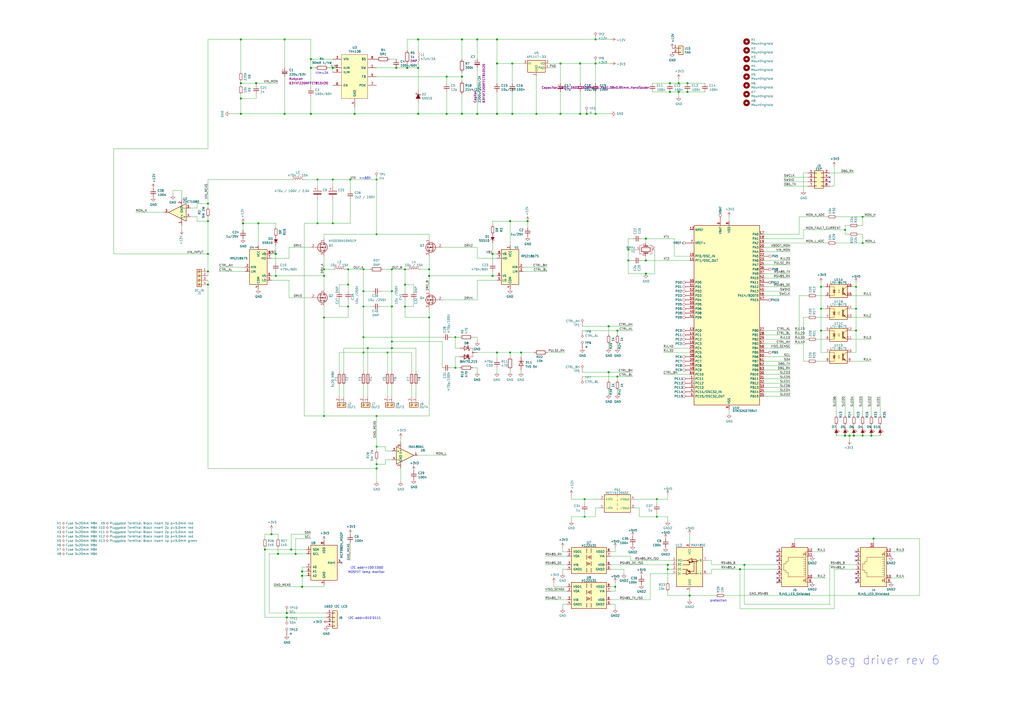
<source format=kicad_sch>
(kicad_sch (version 20230409) (generator eeschema)

  (uuid a4b014d8-050b-4a7a-9077-d2799def17e5)

  (paper "A2")

  

  (junction (at 345.44 66.04) (diameter 1.016) (color 0 0 0 0)
    (uuid 00f422f1-f7f8-45df-931d-5010ff4fc931)
  )
  (junction (at 248.92 160.02) (diameter 1.016) (color 0 0 0 0)
    (uuid 0320d5ba-1f2a-4dbb-90ec-b8337f7c0078)
  )
  (junction (at 311.15 66.04) (diameter 1.016) (color 0 0 0 0)
    (uuid 035e3df6-a887-424c-8db8-3025c19db82a)
  )
  (junction (at 381 289.56) (diameter 0) (color 0 0 0 0)
    (uuid 08ee1e7a-8d3a-4298-bf77-657ae0db370b)
  )
  (junction (at 165.1 22.86) (diameter 1.016) (color 0 0 0 0)
    (uuid 0903abc9-8580-46a5-a0e4-5ce6a661e2ab)
  )
  (junction (at 381 299.72) (diameter 0) (color 0 0 0 0)
    (uuid 09412149-c3d7-42cc-b02a-e8a0a7d26ad1)
  )
  (junction (at 340.36 66.04) (diameter 1.016) (color 0 0 0 0)
    (uuid 0a067b79-8dc4-41ec-aa3e-4cf0bb5d840d)
  )
  (junction (at 496.57 191.77) (diameter 0) (color 0 0 0 0)
    (uuid 0a0d5359-1d79-44ae-bbc1-b3db6ece17a2)
  )
  (junction (at 175.26 334.01) (diameter 1.016) (color 0 0 0 0)
    (uuid 0ca53f50-b13d-43cb-88af-bf26352ab851)
  )
  (junction (at 259.08 44.45) (diameter 1.016) (color 0 0 0 0)
    (uuid 0e013a49-ea28-4317-91d8-c846afcf1446)
  )
  (junction (at 339.09 299.72) (diameter 0) (color 0 0 0 0)
    (uuid 0e8c626b-bb94-41ba-bd62-878b934553b1)
  )
  (junction (at 345.44 36.83) (diameter 1.016) (color 0 0 0 0)
    (uuid 0ecb41a9-edcd-4167-851b-0a409316af20)
  )
  (junction (at 227.33 201.93) (diameter 0) (color 0 0 0 0)
    (uuid 117b1c6d-cd05-4165-95be-8cc26682d4e6)
  )
  (junction (at 120.65 118.11) (diameter 0) (color 0 0 0 0)
    (uuid 12481141-735e-4613-bc2c-ed1fbae616af)
  )
  (junction (at 213.36 201.93) (diameter 0) (color 0 0 0 0)
    (uuid 130bbd26-5cf4-44a7-89ae-0b1c35d239d6)
  )
  (junction (at 267.97 66.04) (diameter 1.016) (color 0 0 0 0)
    (uuid 17438b62-92c5-4c16-8372-5519e17644ba)
  )
  (junction (at 288.29 204.47) (diameter 0) (color 0 0 0 0)
    (uuid 176d78f8-ee33-48e8-8626-c5f4a9ac9253)
  )
  (junction (at 364.49 151.13) (diameter 1.016) (color 0 0 0 0)
    (uuid 197eb893-ab50-430d-9190-6ad4ef716463)
  )
  (junction (at 496.57 179.07) (diameter 0) (color 0 0 0 0)
    (uuid 19e14406-ba74-4917-a048-f5dbe4e6afab)
  )
  (junction (at 139.7 22.86) (diameter 1.016) (color 0 0 0 0)
    (uuid 1d5da22d-f43f-4a8c-b79f-b6a201ab433d)
  )
  (junction (at 157.48 309.88) (diameter 1.016) (color 0 0 0 0)
    (uuid 1eeb059b-acfc-46ea-bb64-a81bc92bb3a3)
  )
  (junction (at 476.25 179.07) (diameter 0) (color 0 0 0 0)
    (uuid 211d2edf-7005-449f-bc5d-8eca38d8bb6e)
  )
  (junction (at 506.73 312.42) (diameter 1.016) (color 0 0 0 0)
    (uuid 2177752a-ab07-4db4-a753-15c95f4ea0ea)
  )
  (junction (at 218.44 259.08) (diameter 0) (color 0 0 0 0)
    (uuid 26c973fa-96f3-42b2-a211-ca3d321e1041)
  )
  (junction (at 492.76 252.73) (diameter 1.016) (color 0 0 0 0)
    (uuid 27fcf822-a402-4867-858f-a19ea5819b84)
  )
  (junction (at 148.59 48.26) (diameter 1.016) (color 0 0 0 0)
    (uuid 29d932ac-35b1-4719-b024-fb16ea3d7d64)
  )
  (junction (at 295.91 128.27) (diameter 1.016) (color 0 0 0 0)
    (uuid 2bbf58a4-4126-478e-b296-04cae21d1e49)
  )
  (junction (at 302.26 204.47) (diameter 0) (color 0 0 0 0)
    (uuid 2de04189-82cd-4f64-bb4a-d15b8bda3c3d)
  )
  (junction (at 180.34 66.04) (diameter 1.016) (color 0 0 0 0)
    (uuid 2ef7a379-fc96-409e-86be-72ad614f5c77)
  )
  (junction (at 187.96 160.02) (diameter 1.016) (color 0 0 0 0)
    (uuid 33c966db-50f5-43db-9455-0a2a2c65d44b)
  )
  (junction (at 210.82 204.47) (diameter 0) (color 0 0 0 0)
    (uuid 34a8df00-dce4-4145-858c-4ee04793e310)
  )
  (junction (at 259.08 66.04) (diameter 1.016) (color 0 0 0 0)
    (uuid 377b7b69-af5e-4cc7-8770-03636f199c92)
  )
  (junction (at 495.3 252.73) (diameter 1.016) (color 0 0 0 0)
    (uuid 3a1e84d6-a87a-4bfb-a2a4-3c6397a7592a)
  )
  (junction (at 227.33 168.91) (diameter 0) (color 0 0 0 0)
    (uuid 3a8f40ae-2e79-4177-9f98-fb8dc7763aba)
  )
  (junction (at 500.38 125.73) (diameter 0) (color 0 0 0 0)
    (uuid 3b5623e9-46f1-4b36-9457-0c0b1018d010)
  )
  (junction (at 353.06 189.23) (diameter 1.016) (color 0 0 0 0)
    (uuid 3ba4cc3b-ceb4-4b38-8b98-08a2715df3eb)
  )
  (junction (at 187.96 241.3) (diameter 0) (color 0 0 0 0)
    (uuid 3cf83d27-64e8-4f02-8293-9208ee79a516)
  )
  (junction (at 500.38 252.73) (diameter 0) (color 0 0 0 0)
    (uuid 3eff19e4-fd72-476a-87b1-b08e7931cbe4)
  )
  (junction (at 227.33 156.21) (diameter 0) (color 0 0 0 0)
    (uuid 40689062-8cea-423a-ae91-f37b9b5d6731)
  )
  (junction (at 325.12 66.04) (diameter 1.016) (color 0 0 0 0)
    (uuid 41ab825f-1308-4d4a-91de-7aaf5c5b747f)
  )
  (junction (at 120.65 157.48) (diameter 0) (color 0 0 0 0)
    (uuid 41d1bc65-d837-4d03-b9b1-af5f3dac5494)
  )
  (junction (at 242.57 39.37) (diameter 1.016) (color 0 0 0 0)
    (uuid 423257a9-1cf1-4a26-a368-ae40c8616c22)
  )
  (junction (at 358.14 218.44) (diameter 1.016) (color 0 0 0 0)
    (uuid 442eceee-b445-4cfa-9521-bb7fb466462a)
  )
  (junction (at 288.29 66.04) (diameter 1.016) (color 0 0 0 0)
    (uuid 4467c9c4-0f8b-4288-b7af-6bb921025486)
  )
  (junction (at 288.29 36.83) (diameter 1.016) (color 0 0 0 0)
    (uuid 4a47447e-b34c-4e4b-b428-2f135e8a14ea)
  )
  (junction (at 153.67 318.77) (diameter 1.016) (color 0 0 0 0)
    (uuid 4d19e9f6-2b27-4560-a8a4-871f4ba21385)
  )
  (junction (at 205.74 66.04) (diameter 1.016) (color 0 0 0 0)
    (uuid 4d403375-e327-48a2-a6fd-056a25e40431)
  )
  (junction (at 297.18 36.83) (diameter 1.016) (color 0 0 0 0)
    (uuid 4d7cf408-1fc7-4553-9038-f9c22b416fa2)
  )
  (junction (at 295.91 204.47) (diameter 0) (color 0 0 0 0)
    (uuid 4ed5c65d-270b-421e-a4bb-055283c5e7de)
  )
  (junction (at 171.45 321.31) (diameter 1.016) (color 0 0 0 0)
    (uuid 510b37f1-3e19-48e5-8568-52d428cbdd61)
  )
  (junction (at 336.55 36.83) (diameter 1.016) (color 0 0 0 0)
    (uuid 526dfc45-c0d3-4891-8542-76be0de6756f)
  )
  (junction (at 160.02 160.02) (diameter 0) (color 0 0 0 0)
    (uuid 52f7564e-abff-467f-bf4c-1375dc3072a9)
  )
  (junction (at 276.86 22.86) (diameter 1.016) (color 0 0 0 0)
    (uuid 5358b62b-76e6-4793-ac7f-61586e0c2ec1)
  )
  (junction (at 374.65 151.13) (diameter 1.016) (color 0 0 0 0)
    (uuid 546dfa7f-4b59-408f-b383-761304e2055d)
  )
  (junction (at 160.02 147.32) (diameter 1.016) (color 0 0 0 0)
    (uuid 5924bd5c-a4a5-4953-94e3-24f4618f17dc)
  )
  (junction (at 234.95 156.21) (diameter 0) (color 0 0 0 0)
    (uuid 5a597426-dcd2-4ae1-9a74-aab26e1fd4bb)
  )
  (junction (at 180.34 39.37) (diameter 1.016) (color 0 0 0 0)
    (uuid 5b091244-19d1-4b58-aaf6-db793657a6a4)
  )
  (junction (at 496.57 166.37) (diameter 0) (color 0 0 0 0)
    (uuid 5c9d06b1-c0cb-4b76-95d2-6ba7983a9bc7)
  )
  (junction (at 218.44 241.3) (diameter 0) (color 0 0 0 0)
    (uuid 5e3d3ba1-9852-4139-b92b-4df2f2492174)
  )
  (junction (at 356.87 340.36) (diameter 0) (color 0 0 0 0)
    (uuid 5ef12dd1-8374-4bec-8a76-bfc5aa1498e7)
  )
  (junction (at 218.44 135.89) (diameter 0) (color 0 0 0 0)
    (uuid 5fdb59f3-416a-47f0-8757-7fc89a377871)
  )
  (junction (at 187.96 184.15) (diameter 0) (color 0 0 0 0)
    (uuid 5ffc360b-17f9-4288-b7d7-f6939e9bb824)
  )
  (junction (at 345.44 22.86) (diameter 1.016) (color 0 0 0 0)
    (uuid 6112e5e3-5333-4eec-b6e2-b535ee37a2f6)
  )
  (junction (at 140.97 129.54) (diameter 1.016) (color 0 0 0 0)
    (uuid 62499af8-dd25-46ec-90b9-62e3a1422b55)
  )
  (junction (at 297.18 66.04) (diameter 1.016) (color 0 0 0 0)
    (uuid 66c337d2-b5e0-493e-aac8-3c7c16bef129)
  )
  (junction (at 175.26 340.36) (diameter 1.016) (color 0 0 0 0)
    (uuid 67df6e4b-aea8-4c3c-b09a-0bfc42ca01ba)
  )
  (junction (at 210.82 156.21) (diameter 0) (color 0 0 0 0)
    (uuid 6a3e1dec-9cfc-4b3b-8983-a4237bc395c9)
  )
  (junction (at 500.38 140.97) (diameter 0) (color 0 0 0 0)
    (uuid 6b26881f-f251-4a0d-afad-8a6a4c5835b2)
  )
  (junction (at 201.93 177.8) (diameter 0) (color 0 0 0 0)
    (uuid 6e06dcc3-b513-4f49-96c7-2ef146fb2669)
  )
  (junction (at 393.7 53.34) (diameter 1.016) (color 0 0 0 0)
    (uuid 6f0907ee-51ac-4830-99ce-6f122169ebd5)
  )
  (junction (at 476.25 191.77) (diameter 0) (color 0 0 0 0)
    (uuid 70afe2ac-da0b-4481-b3dc-104bb2f2cf5c)
  )
  (junction (at 364.49 144.78) (diameter 1.016) (color 0 0 0 0)
    (uuid 71b23dd2-c4ff-48b0-b045-1cef4afdd0ba)
  )
  (junction (at 398.78 53.34) (diameter 1.016) (color 0 0 0 0)
    (uuid 726abf46-4c68-4de0-b28d-c64c6f1363ba)
  )
  (junction (at 210.82 195.58) (diameter 0) (color 0 0 0 0)
    (uuid 742ae2b3-db2a-47dc-b1f4-64bee423a2d9)
  )
  (junction (at 242.57 66.04) (diameter 1.016) (color 0 0 0 0)
    (uuid 74a91f23-026b-488a-8683-941ade4f8419)
  )
  (junction (at 193.04 104.14) (diameter 0) (color 0 0 0 0)
    (uuid 75441a35-7b8c-409e-9ac9-a06169866556)
  )
  (junction (at 248.92 184.15) (diameter 0) (color 0 0 0 0)
    (uuid 7790582f-4aa9-4c7d-9b50-29e85d31af39)
  )
  (junction (at 168.91 318.77) (diameter 1.016) (color 0 0 0 0)
    (uuid 7a96add3-47eb-4e25-94c5-098c8c67bd25)
  )
  (junction (at 234.95 165.1) (diameter 0) (color 0 0 0 0)
    (uuid 827da486-8c55-4974-b91e-9029441015ec)
  )
  (junction (at 353.06 215.9) (diameter 1.016) (color 0 0 0 0)
    (uuid 8590b800-13d7-4325-b887-26ccf4d18c5a)
  )
  (junction (at 374.65 158.75) (diameter 1.016) (color 0 0 0 0)
    (uuid 869ab7b5-94ce-4ba4-ac06-f87b4d6a081e)
  )
  (junction (at 505.46 252.73) (diameter 1.016) (color 0 0 0 0)
    (uuid 86c38215-051f-4de4-9483-d96bedd86a9e)
  )
  (junction (at 161.29 321.31) (diameter 1.016) (color 0 0 0 0)
    (uuid 874d7e1c-e18e-482b-9de1-baa9c0166694)
  )
  (junction (at 180.34 34.29) (diameter 1.016) (color 0 0 0 0)
    (uuid 892cf1a6-708d-475a-a57e-f3ba0d9faa64)
  )
  (junction (at 276.86 66.04) (diameter 1.016) (color 0 0 0 0)
    (uuid 894a30af-e630-490e-b8fd-be6ea13ab67c)
  )
  (junction (at 227.33 198.12) (diameter 0) (color 0 0 0 0)
    (uuid 89a24618-80e8-4a46-8fe8-cbe240cb817c)
  )
  (junction (at 120.65 147.32) (diameter 0) (color 0 0 0 0)
    (uuid 8bdbfe33-cc57-4b3d-a4f0-5eaf267628d3)
  )
  (junction (at 285.75 147.32) (diameter 1.016) (color 0 0 0 0)
    (uuid 8f2a842c-a024-4a46-bace-f8363576d461)
  )
  (junction (at 267.97 22.86) (diameter 1.016) (color 0 0 0 0)
    (uuid 90df0114-0305-498a-b67b-e25624694405)
  )
  (junction (at 285.75 160.02) (diameter 1.016) (color 0 0 0 0)
    (uuid 910d03ea-b724-4332-8f3b-1c8ecf717b86)
  )
  (junction (at 201.93 165.1) (diameter 0) (color 0 0 0 0)
    (uuid 929025d7-6c4e-4b02-980f-b631b812cd22)
  )
  (junction (at 429.26 330.2) (diameter 1.016) (color 0 0 0 0)
    (uuid 97530217-d9c2-4032-8a95-548dd7ec914d)
  )
  (junction (at 248.92 156.21) (diameter 0) (color 0 0 0 0)
    (uuid 9766ca31-408b-4d95-9bad-173ca2b52508)
  )
  (junction (at 227.33 177.8) (diameter 0) (color 0 0 0 0)
    (uuid 99488204-96df-41e6-a646-d34349b1fb0b)
  )
  (junction (at 490.22 252.73) (diameter 1.016) (color 0 0 0 0)
    (uuid 9948e0a1-7b24-4486-a82f-1d91da28a292)
  )
  (junction (at 184.15 129.54) (diameter 0) (color 0 0 0 0)
    (uuid 9b4baf89-104f-4286-b4e5-ae37eebed429)
  )
  (junction (at 149.86 129.54) (diameter 1.016) (color 0 0 0 0)
    (uuid 9b74b1b8-a079-4f26-86cb-e2d6b81bdb59)
  )
  (junction (at 203.2 104.14) (diameter 0) (color 0 0 0 0)
    (uuid 9c9e7b9a-3512-4b00-a4b3-3ba5e0af1faa)
  )
  (junction (at 218.44 269.24) (diameter 0) (color 0 0 0 0)
    (uuid 9e7cc61a-56b6-453e-8aa6-893d4ef70806)
  )
  (junction (at 139.7 66.04) (diameter 1.016) (color 0 0 0 0)
    (uuid 9ea2e9ea-6b59-4473-90c7-59b29455eba8)
  )
  (junction (at 120.65 165.1) (diameter 0) (color 0 0 0 0)
    (uuid a06437e5-dc2c-4eed-b39d-8ddf36907e33)
  )
  (junction (at 398.78 48.26) (diameter 1.016) (color 0 0 0 0)
    (uuid a0dccd9a-c66a-4903-bce0-ac1049d29474)
  )
  (junction (at 325.12 36.83) (diameter 1.016) (color 0 0 0 0)
    (uuid a71f8055-7cc3-4ed1-937c-85a0c4bc488e)
  )
  (junction (at 120.65 128.27) (diameter 0) (color 0 0 0 0)
    (uuid a90c89ab-51df-4a17-9990-10a79d1ae44b)
  )
  (junction (at 224.79 204.47) (diameter 0) (color 0 0 0 0)
    (uuid acb3dbc8-11cf-4a73-8680-8cd7d2ef6507)
  )
  (junction (at 267.97 44.45) (diameter 1.016) (color 0 0 0 0)
    (uuid ad0b028b-81c5-43f9-a187-cfc93887d452)
  )
  (junction (at 393.7 48.26) (diameter 1.016) (color 0 0 0 0)
    (uuid ad2bb25f-d622-4d87-947a-dc4d94a393ae)
  )
  (junction (at 218.44 271.78) (diameter 1.016) (color 0 0 0 0)
    (uuid af50ecc3-8bf3-4d38-9727-ca14d09557ea)
  )
  (junction (at 400.05 345.44) (diameter 1.016) (color 0 0 0 0)
    (uuid af9650c7-e985-4bd4-891a-54a81329d534)
  )
  (junction (at 236.22 39.37) (diameter 1.016) (color 0 0 0 0)
    (uuid afb2050b-873a-4057-a6f5-2f8efbd48ac6)
  )
  (junction (at 165.1 66.04) (diameter 1.016) (color 0 0 0 0)
    (uuid b458bd04-5ee4-4069-8fb9-5f1984ee02a1)
  )
  (junction (at 139.7 48.26) (diameter 1.016) (color 0 0 0 0)
    (uuid ba2201e2-6ab3-43df-bed9-9ac88aec6ed9)
  )
  (junction (at 210.82 177.8) (diameter 0) (color 0 0 0 0)
    (uuid bf801009-0767-470a-bb6b-23fd202ce58f)
  )
  (junction (at 388.62 48.26) (diameter 1.016) (color 0 0 0 0)
    (uuid bfb6e205-4940-46f0-9df4-153f8e1aaa7f)
  )
  (junction (at 339.09 289.56) (diameter 0) (color 0 0 0 0)
    (uuid bfbd8467-f886-4530-ab09-cae4d2a8aa60)
  )
  (junction (at 431.8 327.66) (diameter 1.016) (color 0 0 0 0)
    (uuid c06fdadb-8ddb-412d-af41-69083e917112)
  )
  (junction (at 264.16 195.58) (diameter 0) (color 0 0 0 0)
    (uuid c2bf86a7-2544-42d3-abe9-f753e4ee5a4c)
  )
  (junction (at 358.14 191.77) (diameter 1.016) (color 0 0 0 0)
    (uuid c3127fc8-ab5b-4477-a3d7-4ba0b9c49089)
  )
  (junction (at 264.16 213.36) (diameter 0) (color 0 0 0 0)
    (uuid c66bed68-af8e-477e-800f-414019c70f5b)
  )
  (junction (at 229.87 39.37) (diameter 1.016) (color 0 0 0 0)
    (uuid c66f7e17-4c9b-49ec-a9d9-a26d8d08f351)
  )
  (junction (at 387.35 327.66) (diameter 1.016) (color 0 0 0 0)
    (uuid cec8ba27-616e-40a4-90cc-2b3e8fe9ee8b)
  )
  (junction (at 193.04 39.37) (diameter 1.016) (color 0 0 0 0)
    (uuid d2f0248d-b920-4443-96ee-1df87eceaf08)
  )
  (junction (at 184.15 104.14) (diameter 0) (color 0 0 0 0)
    (uuid d41d247c-161e-4204-a709-b270344d03c3)
  )
  (junction (at 476.25 166.37) (diameter 0) (color 0 0 0 0)
    (uuid db9f3bd0-8457-4418-afa3-a97048d16f26)
  )
  (junction (at 336.55 66.04) (diameter 1.016) (color 0 0 0 0)
    (uuid e00e7a69-7876-4f7f-84a6-70f9097f197d)
  )
  (junction (at 306.07 128.27) (diameter 1.016) (color 0 0 0 0)
    (uuid e0f69eb1-4709-4657-9f74-fb5d17a06ed4)
  )
  (junction (at 175.26 331.47) (diameter 1.016) (color 0 0 0 0)
    (uuid e3e41faa-8169-4615-a9c9-213c0d620a5e)
  )
  (junction (at 166.37 355.6) (diameter 1.016) (color 0 0 0 0)
    (uuid e48f7b35-32c2-4f21-8f16-b643e635e96e)
  )
  (junction (at 387.35 330.2) (diameter 0) (color 0 0 0 0)
    (uuid e60a82f4-29b9-480c-8c6f-082dc0ab7f1f)
  )
  (junction (at 166.37 358.14) (diameter 1.016) (color 0 0 0 0)
    (uuid e62ec827-61f3-4a66-8872-be2c46aecf07)
  )
  (junction (at 242.57 22.86) (diameter 1.016) (color 0 0 0 0)
    (uuid e65fb0cc-5624-4d1f-8b10-47d46fc3067e)
  )
  (junction (at 201.93 156.21) (diameter 0) (color 0 0 0 0)
    (uuid e6932ae2-dc0c-4f61-95b9-7af407aa076c)
  )
  (junction (at 234.95 177.8) (diameter 0) (color 0 0 0 0)
    (uuid e6bfbbf3-1bd4-4c2f-bc02-efb8fd53d134)
  )
  (junction (at 374.65 138.43) (diameter 1.016) (color 0 0 0 0)
    (uuid e9036d12-438e-4734-99a1-0bb5aaef2eec)
  )
  (junction (at 288.29 22.86) (diameter 1.016) (color 0 0 0 0)
    (uuid ea126893-85e1-47f7-ab86-95880f835131)
  )
  (junction (at 210.82 168.91) (diameter 0) (color 0 0 0 0)
    (uuid eade7e85-16df-4223-b3a9-b1508e758abd)
  )
  (junction (at 490.22 133.35) (diameter 0) (color 0 0 0 0)
    (uuid f1eaa29b-d971-40a2-b1d4-15c9ba8bd275)
  )
  (junction (at 187.96 156.21) (diameter 0) (color 0 0 0 0)
    (uuid f25eed45-9cff-4bcf-8f75-f4bb2d064bf1)
  )
  (junction (at 193.04 129.54) (diameter 0) (color 0 0 0 0)
    (uuid f46551b8-c188-4699-8077-80afdd7181cf)
  )
  (junction (at 388.62 53.34) (diameter 1.016) (color 0 0 0 0)
    (uuid f4a903a9-fcfe-48ab-8d0a-abc0c3179b30)
  )
  (junction (at 139.7 57.15) (diameter 1.016) (color 0 0 0 0)
    (uuid fd27718e-14d1-4dfa-96ae-77db64da4003)
  )
  (junction (at 218.44 104.14) (diameter 0) (color 0 0 0 0)
    (uuid fdd18836-d862-47dc-890b-f20f98cf0ea3)
  )

  (no_connect (at 450.85 322.58) (uuid 0525c98b-0dec-46f0-b699-cf9475eeba19))
  (no_connect (at 198.12 326.39) (uuid 46ca69a9-5d31-4bc1-9ced-3c7b116a3036))
  (no_connect (at 496.57 337.82) (uuid 48946b18-b753-4e71-9ee3-e5230a2a902b))
  (no_connect (at 450.85 335.28) (uuid 8c58f85d-95d4-4f58-b4a4-ac4fac049f55))
  (no_connect (at 450.85 337.82) (uuid 9f54a902-0b18-46b9-98ad-c6792cdae6e5))
  (no_connect (at 496.57 325.12) (uuid a46b7c0d-b4fa-47dc-98a5-d5c593c702e2))
  (no_connect (at 450.85 332.74) (uuid afa60920-e327-4b32-a46c-fdf8291c7430))
  (no_connect (at 496.57 320.04) (uuid b13cb89e-237e-45c6-91a5-897be29331f8))
  (no_connect (at 450.85 325.12) (uuid b1f38491-4652-422c-b0da-514a2293ea97))
  (no_connect (at 450.85 320.04) (uuid c53ede21-0cf3-4111-ae02-3c1756ee5063))
  (no_connect (at 496.57 332.74) (uuid ed34b661-daf0-4e2b-bcde-b8cd1cfc0f39))
  (no_connect (at 496.57 322.58) (uuid ee45a50c-ebfd-40d3-9b4b-c2b9bf90055d))
  (no_connect (at 496.57 335.28) (uuid eee60b3c-25b9-475e-a949-38aec09eec65))
  (no_connect (at 481.33 105.41) (uuid ef77bb6b-94ba-436b-ad9f-5fc5cbc010bc))
  (no_connect (at 481.33 102.87) (uuid ef77bb6b-94ba-436b-ad9f-5fc5cbc010bd))

  (wire (pts (xy 398.78 48.26) (xy 408.94 48.26))
    (stroke (width 0) (type solid))
    (uuid 0125158a-83af-46c8-9c53-40abe6b401a2)
  )
  (wire (pts (xy 259.08 66.04) (xy 267.97 66.04))
    (stroke (width 0) (type solid))
    (uuid 02ad3fbc-4f36-4004-b97c-1262e0af1410)
  )
  (wire (pts (xy 461.01 194.31) (xy 466.09 194.31))
    (stroke (width 0) (type default))
    (uuid 02fcc3cd-80ac-45d8-a2d0-00636f65cc92)
  )
  (wire (pts (xy 223.52 269.24) (xy 223.52 266.7))
    (stroke (width 0) (type default))
    (uuid 031fba2e-dd93-4900-afa3-6c360b1d9363)
  )
  (wire (pts (xy 318.77 39.37) (xy 322.58 39.37))
    (stroke (width 0) (type solid))
    (uuid 033d91b2-7700-47d4-9813-cae9e301651e)
  )
  (wire (pts (xy 182.88 39.37) (xy 180.34 39.37))
    (stroke (width 0) (type solid))
    (uuid 039718b7-fa03-431f-b93b-f6449ecff0cf)
  )
  (wire (pts (xy 220.98 177.8) (xy 227.33 177.8))
    (stroke (width 0) (type default))
    (uuid 03d6d30d-e350-4288-b85e-2736c7438f1b)
  )
  (wire (pts (xy 492.76 130.81) (xy 490.22 130.81))
    (stroke (width 0) (type default))
    (uuid 04026016-3474-447c-9724-0e9128046132)
  )
  (wire (pts (xy 120.65 104.14) (xy 168.91 104.14))
    (stroke (width 0) (type default))
    (uuid 04a1efd4-a0e2-438c-b874-dc5523f4a82f)
  )
  (wire (pts (xy 171.45 321.31) (xy 161.29 321.31))
    (stroke (width 0) (type solid))
    (uuid 0532c6b3-06b8-49eb-8576-10b05a190a90)
  )
  (wire (pts (xy 321.31 340.36) (xy 328.93 340.36))
    (stroke (width 0) (type default))
    (uuid 057c0cbc-dbc9-4526-835b-46cf3c41bc85)
  )
  (wire (pts (xy 166.37 355.6) (xy 189.23 355.6))
    (stroke (width 0) (type solid))
    (uuid 05d38674-844f-4d26-96a8-fbe915d8031c)
  )
  (wire (pts (xy 114.3 128.27) (xy 120.65 128.27))
    (stroke (width 0) (type default))
    (uuid 067b5c43-4fd9-4094-9167-89dc0c02bfaa)
  )
  (wire (pts (xy 248.92 184.15) (xy 248.92 179.07))
    (stroke (width 0) (type solid))
    (uuid 070aefd7-d02d-48d1-a2d5-d2f761a52ecb)
  )
  (wire (pts (xy 443.23 168.91) (xy 458.47 168.91))
    (stroke (width 0) (type default))
    (uuid 076b2c7b-42d9-4290-8e12-be7c6687b4b1)
  )
  (wire (pts (xy 326.39 320.04) (xy 328.93 320.04))
    (stroke (width 0) (type default))
    (uuid 07f70b5e-d3e2-473c-82b1-5b6a3d28b50b)
  )
  (wire (pts (xy 227.33 168.91) (xy 227.33 177.8))
    (stroke (width 0) (type default))
    (uuid 08ebbb0a-e104-4bc6-9249-ddfeaf87864e)
  )
  (wire (pts (xy 227.33 198.12) (xy 227.33 201.93))
    (stroke (width 0) (type default))
    (uuid 08f2dd9b-f0df-47f9-87fd-19251f9a5050)
  )
  (wire (pts (xy 234.95 156.21) (xy 234.95 165.1))
    (stroke (width 0) (type default))
    (uuid 08ffe6e2-0ac9-406c-8d52-cca891785da6)
  )
  (wire (pts (xy 187.96 148.59) (xy 187.96 156.21))
    (stroke (width 0) (type solid))
    (uuid 0908971d-0a3b-4817-9803-29a53fd07749)
  )
  (wire (pts (xy 276.86 34.29) (xy 276.86 22.86))
    (stroke (width 0) (type solid))
    (uuid 093dd22f-3d54-4f90-b915-835042bcb84a)
  )
  (wire (pts (xy 370.84 299.72) (xy 381 299.72))
    (stroke (width 0) (type default))
    (uuid 0ac29e11-12ab-4c46-96db-db8276d5eda5)
  )
  (wire (pts (xy 473.71 171.45) (xy 478.79 171.45))
    (stroke (width 0) (type default))
    (uuid 0acd6478-5b08-4a01-b857-900f30f26ca8)
  )
  (wire (pts (xy 295.91 204.47) (xy 302.26 204.47))
    (stroke (width 0) (type default))
    (uuid 0b7a8689-8d01-4b07-96e3-71de780db8a7)
  )
  (wire (pts (xy 353.06 220.98) (xy 353.06 215.9))
    (stroke (width 0) (type solid))
    (uuid 0b93ea2e-0566-43ca-bf2a-622432378311)
  )
  (wire (pts (xy 443.23 140.97) (xy 480.06 140.97))
    (stroke (width 0) (type default))
    (uuid 0c13295e-99db-4533-baa8-d2e52bbceced)
  )
  (wire (pts (xy 316.23 322.58) (xy 328.93 322.58))
    (stroke (width 0) (type default))
    (uuid 0c8275b9-ba39-4689-ac9d-deae68307a32)
  )
  (wire (pts (xy 495.3 252.73) (xy 500.38 252.73))
    (stroke (width 0) (type solid))
    (uuid 0cebc144-945e-4a32-ab17-9a31b1d9ae3c)
  )
  (wire (pts (xy 153.67 309.88) (xy 157.48 309.88))
    (stroke (width 0) (type solid))
    (uuid 0cf786f4-9ec9-4931-a516-37b088a3d637)
  )
  (wire (pts (xy 201.93 165.1) (xy 201.93 168.91))
    (stroke (width 0) (type default))
    (uuid 0d095fc9-68d6-4dae-86e4-4b1bb77e9558)
  )
  (wire (pts (xy 443.23 158.75) (xy 458.47 158.75))
    (stroke (width 0) (type default))
    (uuid 0d454349-0d0f-427c-9368-fa144754f232)
  )
  (wire (pts (xy 114.3 118.11) (xy 120.65 118.11))
    (stroke (width 0) (type default))
    (uuid 0e335656-eaa1-4e4a-816a-0461f0ebf055)
  )
  (wire (pts (xy 160.02 152.4) (xy 160.02 147.32))
    (stroke (width 0) (type solid))
    (uuid 0ecd8ca8-2bc2-45c5-ad7b-6c09666d3f74)
  )
  (wire (pts (xy 378.46 53.34) (xy 388.62 53.34))
    (stroke (width 0) (type solid))
    (uuid 0f2f0a3c-fba8-4afe-b065-5fc5eab9928a)
  )
  (wire (pts (xy 387.35 330.2) (xy 389.89 330.2))
    (stroke (width 0) (type solid))
    (uuid 0f4cb350-8717-478f-b37e-0f0d5e99ba26)
  )
  (wire (pts (xy 497.84 130.81) (xy 500.38 130.81))
    (stroke (width 0) (type default))
    (uuid 0fa163ac-a571-47b9-a950-875acfe924fb)
  )
  (wire (pts (xy 223.52 261.62) (xy 223.52 259.08))
    (stroke (width 0) (type default))
    (uuid 1032fd79-9290-40e0-986c-46e5ba31d9a4)
  )
  (wire (pts (xy 285.75 140.97) (xy 285.75 147.32))
    (stroke (width 0) (type solid))
    (uuid 108118cd-b53d-45e4-bc19-661872f51c56)
  )
  (wire (pts (xy 353.06 199.39) (xy 353.06 201.93))
    (stroke (width 0) (type solid))
    (uuid 108dffa3-ee94-4f6c-8c9b-8fcc612789ed)
  )
  (wire (pts (xy 443.23 214.63) (xy 458.47 214.63))
    (stroke (width 0) (type default))
    (uuid 113d6b28-daaa-4396-921f-d5474b6fc7e9)
  )
  (wire (pts (xy 210.82 156.21) (xy 210.82 168.91))
    (stroke (width 0) (type default))
    (uuid 114da88a-20fc-4bf7-a411-8ec88f6f74e9)
  )
  (wire (pts (xy 466.09 133.35) (xy 490.22 133.35))
    (stroke (width 0) (type default))
    (uuid 1190c65c-a56a-4813-86bb-b73c9b38e863)
  )
  (wire (pts (xy 490.22 252.73) (xy 492.76 252.73))
    (stroke (width 0) (type solid))
    (uuid 12694466-e0eb-4952-a56a-f3bd573ff09d)
  )
  (wire (pts (xy 478.79 320.04) (xy 471.17 320.04))
    (stroke (width 0) (type solid))
    (uuid 126f7227-746c-448e-9226-2736d76e960a)
  )
  (wire (pts (xy 218.44 241.3) (xy 248.92 241.3))
    (stroke (width 0) (type solid))
    (uuid 129dd7d3-7b19-4873-9400-1909dfe49e0e)
  )
  (wire (pts (xy 340.36 66.04) (xy 336.55 66.04))
    (stroke (width 0) (type solid))
    (uuid 133ecb11-56bc-4794-937f-1abf634b7f58)
  )
  (wire (pts (xy 339.09 289.56) (xy 339.09 292.1))
    (stroke (width 0) (type default))
    (uuid 134e4681-2f22-4bfb-bcc5-b0774ba181df)
  )
  (wire (pts (xy 120.65 157.48) (xy 120.65 160.02))
    (stroke (width 0) (type default))
    (uuid 1402534c-88f2-4995-ae34-8f5c78e4e6ac)
  )
  (wire (pts (xy 267.97 41.91) (xy 267.97 44.45))
    (stroke (width 0) (type solid))
    (uuid 14d4c963-d162-4ab2-ab1d-1406c8d3fdd3)
  )
  (wire (pts (xy 223.52 266.7) (xy 227.33 266.7))
    (stroke (width 0) (type default))
    (uuid 155fb880-cd5e-4e1a-aab2-46c761e6ded9)
  )
  (wire (pts (xy 443.23 138.43) (xy 466.09 138.43))
    (stroke (width 0) (type default))
    (uuid 158effc7-5f56-4c6b-a693-ee1e345d88b6)
  )
  (wire (pts (xy 443.23 219.71) (xy 458.47 219.71))
    (stroke (width 0) (type default))
    (uuid 161ab9e2-8a7a-4ce3-9ef5-674fb688eee0)
  )
  (wire (pts (xy 496.57 163.83) (xy 496.57 166.37))
    (stroke (width 0) (type default))
    (uuid 18431b79-a1c9-4ac7-afbd-7458b6318c4f)
  )
  (wire (pts (xy 240.03 168.91) (xy 240.03 165.1))
    (stroke (width 0) (type default))
    (uuid 18c811f9-0a20-4175-a3f6-57249d529310)
  )
  (wire (pts (xy 393.7 48.26) (xy 398.78 48.26))
    (stroke (width 0) (type solid))
    (uuid 19386036-f8af-4364-9139-d83f9a7cfeca)
  )
  (wire (pts (xy 494.03 191.77) (xy 496.57 191.77))
    (stroke (width 0) (type default))
    (uuid 1a3b004e-caf0-4311-aad6-aee615184492)
  )
  (wire (pts (xy 203.2 314.96) (xy 203.2 325.12))
    (stroke (width 0) (type solid))
    (uuid 1a50ad5c-6205-4160-ba9c-1bec89ce3fdc)
  )
  (wire (pts (xy 384.81 204.47) (xy 400.05 204.47))
    (stroke (width 0) (type default))
    (uuid 1d0e6c24-529d-4e09-8bf9-0c88f569d3e0)
  )
  (wire (pts (xy 238.76 204.47) (xy 238.76 215.9))
    (stroke (width 0) (type default))
    (uuid 1d1bb7ac-274d-4d0c-b694-cbf924df9661)
  )
  (wire (pts (xy 345.44 299.72) (xy 345.44 294.64))
    (stroke (width 0) (type default))
    (uuid 1d47adbf-4e2c-48c3-bea2-54815367415e)
  )
  (wire (pts (xy 473.71 209.55) (xy 478.79 209.55))
    (stroke (width 0) (type default))
    (uuid 1f41c816-d3bd-4464-a124-0bf91987ecfc)
  )
  (wire (pts (xy 364.49 138.43) (xy 364.49 144.78))
    (stroke (width 0) (type solid))
    (uuid 1f9a47d5-2c2c-4476-9ac0-f08877814dc3)
  )
  (wire (pts (xy 175.26 331.47) (xy 175.26 328.93))
    (stroke (width 0) (type solid))
    (uuid 1fdcf579-1f56-4cfe-a366-e3065e5ae496)
  )
  (wire (pts (xy 494.03 179.07) (xy 496.57 179.07))
    (stroke (width 0) (type default))
    (uuid 202a59c1-0230-440b-8af5-14a5e9489c1c)
  )
  (wire (pts (xy 267.97 44.45) (xy 259.08 44.45))
    (stroke (width 0) (type solid))
    (uuid 203836eb-57ed-4622-8ae4-a4649274b56a)
  )
  (wire (pts (xy 336.55 66.04) (xy 325.12 66.04))
    (stroke (width 0) (type solid))
    (uuid 20722d8e-166e-42fc-9fb8-d4ba5dfcce4e)
  )
  (wire (pts (xy 500.38 229.87) (xy 500.38 241.3))
    (stroke (width 0) (type default))
    (uuid 2089f42a-5ae5-4c20-8cf9-7d9d5e318235)
  )
  (wire (pts (xy 168.91 318.77) (xy 177.8 318.77))
    (stroke (width 0) (type solid))
    (uuid 20bb2acd-0728-4eea-aa61-1cd1137853f9)
  )
  (wire (pts (xy 303.53 157.48) (xy 317.5 157.48))
    (stroke (width 0) (type solid))
    (uuid 2119f8cf-1bfd-4efb-bae6-0673b989e953)
  )
  (wire (pts (xy 345.44 36.83) (xy 345.44 48.26))
    (stroke (width 0) (type solid))
    (uuid 21234ddc-d704-4bcc-b93b-72912cb07486)
  )
  (wire (pts (xy 224.79 204.47) (xy 224.79 215.9))
    (stroke (width 0) (type default))
    (uuid 2170b760-d6c5-4168-9966-05420d4aa711)
  )
  (wire (pts (xy 234.95 165.1) (xy 234.95 168.91))
    (stroke (width 0) (type default))
    (uuid 2186a132-24d1-465c-9165-2246080290c4)
  )
  (wire (pts (xy 381 299.72) (xy 381 297.18))
    (stroke (width 0) (type default))
    (uuid 2222f77a-7b72-4194-bf47-b52926721d08)
  )
  (wire (pts (xy 276.86 204.47) (xy 288.29 204.47))
    (stroke (width 0) (type default))
    (uuid 2256f4bd-5e38-404c-8a36-674b4792e662)
  )
  (wire (pts (xy 157.48 149.86) (xy 167.64 149.86))
    (stroke (width 0) (type solid))
    (uuid 22d539b1-aa2d-4126-8313-647b14df815d)
  )
  (wire (pts (xy 201.93 177.8) (xy 201.93 184.15))
    (stroke (width 0) (type default))
    (uuid 22e90ac2-e2be-490f-97aa-7e99bf4bae5d)
  )
  (wire (pts (xy 295.91 214.63) (xy 295.91 215.9))
    (stroke (width 0) (type default))
    (uuid 235ed7f4-2b5f-44e3-953f-6642955b5cfe)
  )
  (wire (pts (xy 317.5 204.47) (xy 327.66 204.47))
    (stroke (width 0) (type default))
    (uuid 239cc700-4489-4af0-8b7f-323f5e1dc241)
  )
  (wire (pts (xy 114.3 125.73) (xy 114.3 128.27))
    (stroke (width 0) (type default))
    (uuid 240349e5-3476-40a1-bd4f-1dad2aafeba5)
  )
  (wire (pts (xy 476.25 163.83) (xy 476.25 166.37))
    (stroke (width 0) (type default))
    (uuid 247b8d44-cdcf-4fd6-ba0c-863ff2a03dbc)
  )
  (wire (pts (xy 232.41 254) (xy 232.41 256.54))
    (stroke (width 0) (type default))
    (uuid 24b1eb53-b867-4f2b-a5e9-960bed28e909)
  )
  (wire (pts (xy 466.09 209.55) (xy 466.09 199.39))
    (stroke (width 0) (type default))
    (uuid 24e2aeef-5269-4897-97b5-e3bf0d896f56)
  )
  (wire (pts (xy 412.75 330.2) (xy 429.26 330.2))
    (stroke (width 0) (type solid))
    (uuid 2548ced5-e30e-4479-861a-b5ae6f5856db)
  )
  (wire (pts (xy 234.95 184.15) (xy 248.92 184.15))
    (stroke (width 0) (type default))
    (uuid 2569dd80-11ca-4ad3-a257-faf320252e2b)
  )
  (wire (pts (xy 285.75 160.02) (xy 285.75 157.48))
    (stroke (width 0) (type solid))
    (uuid 28545e89-5996-44f7-a7c2-435506710854)
  )
  (wire (pts (xy 167.64 143.51) (xy 180.34 143.51))
    (stroke (width 0) (type solid))
    (uuid 2883da6b-707a-42ff-bc47-667e594bdcee)
  )
  (wire (pts (xy 481.33 100.33) (xy 495.3 100.33))
    (stroke (width 0) (type default))
    (uuid 299c69df-b066-4288-8746-a45f7bb6d49e)
  )
  (wire (pts (xy 267.97 34.29) (xy 267.97 22.86))
    (stroke (width 0) (type solid))
    (uuid 2a8dea25-7f62-46a5-b965-c0339cfba17b)
  )
  (wire (pts (xy 496.57 327.66) (xy 481.33 327.66))
    (stroke (width 0) (type solid))
    (uuid 2afdc978-63bd-448c-9795-189944a599f7)
  )
  (wire (pts (xy 354.33 342.9) (xy 356.87 342.9))
    (stroke (width 0) (type default))
    (uuid 2c221c10-95c0-40fa-84c5-759f376f0ca2)
  )
  (wire (pts (xy 443.23 151.13) (xy 458.47 151.13))
    (stroke (width 0) (type default))
    (uuid 2c22ee4c-7946-4994-bbea-e823d5a4341f)
  )
  (wire (pts (xy 412.75 325.12) (xy 410.21 325.12))
    (stroke (width 0) (type solid))
    (uuid 2cb2100c-65c6-416d-ab46-a251ba444449)
  )
  (wire (pts (xy 199.39 201.93) (xy 199.39 215.9))
    (stroke (width 0) (type default))
    (uuid 2d450c64-48c4-4d27-8e19-ed71db6f0116)
  )
  (wire (pts (xy 288.29 22.86) (xy 345.44 22.86))
    (stroke (width 0) (type solid))
    (uuid 2d736b78-52e8-4c9f-b4a7-1d6cd6402359)
  )
  (wire (pts (xy 490.22 229.87) (xy 490.22 241.3))
    (stroke (width 0) (type default))
    (uuid 2f398f3e-bacb-459a-8096-a0841c6cb4d0)
  )
  (wire (pts (xy 120.65 162.56) (xy 120.65 165.1))
    (stroke (width 0) (type default))
    (uuid 2f49371f-e586-423d-88eb-dc03b833031a)
  )
  (wire (pts (xy 66.04 86.36) (xy 66.04 147.32))
    (stroke (width 0) (type solid))
    (uuid 2f772b15-75aa-4e10-bd84-d50607db1a9c)
  )
  (wire (pts (xy 387.35 330.2) (xy 387.35 337.82))
    (stroke (width 0) (type solid))
    (uuid 2fe4250b-e951-4b1c-b3a8-74a8f91f7d13)
  )
  (wire (pts (xy 196.85 204.47) (xy 196.85 215.9))
    (stroke (width 0) (type default))
    (uuid 306bc5a3-57ca-477e-a67c-88b41186bb04)
  )
  (wire (pts (xy 139.7 57.15) (xy 139.7 66.04))
    (stroke (width 0) (type solid))
    (uuid 30b01222-0d73-453c-90e6-99610fc12481)
  )
  (wire (pts (xy 478.79 335.28) (xy 471.17 335.28))
    (stroke (width 0) (type solid))
    (uuid 30ecdb28-3d59-4a4b-a00d-f051e07c60be)
  )
  (wire (pts (xy 354.33 36.83) (xy 345.44 36.83))
    (stroke (width 0) (type solid))
    (uuid 31030719-2911-426f-9475-12446519a3ab)
  )
  (wire (pts (xy 139.7 22.86) (xy 165.1 22.86))
    (stroke (width 0) (type solid))
    (uuid 3224ee25-6500-407a-b1a9-1825dc32e1b8)
  )
  (wire (pts (xy 476.25 166.37) (xy 476.25 179.07))
    (stroke (width 0) (type default))
    (uuid 324b7988-4451-45b9-8d0c-20e43704809e)
  )
  (wire (pts (xy 218.44 241.3) (xy 218.44 259.08))
    (stroke (width 0) (type solid))
    (uuid 324bb16a-2c1f-4db3-8777-711ad4ad0c1f)
  )
  (wire (pts (xy 490.22 130.81) (xy 490.22 133.35))
    (stroke (width 0) (type default))
    (uuid 32d43f26-f375-4e1c-a74b-41d93e6c4add)
  )
  (wire (pts (xy 184.15 107.95) (xy 184.15 104.14))
    (stroke (width 0) (type default))
    (uuid 3305672c-b742-4b5b-939b-580b8e448824)
  )
  (wire (pts (xy 180.34 66.04) (xy 205.74 66.04))
    (stroke (width 0) (type solid))
    (uuid 335c1541-c41a-4865-8038-f9a99210b665)
  )
  (wire (pts (xy 180.34 50.8) (xy 180.34 39.37))
    (stroke (width 0) (type solid))
    (uuid 335f9465-b0a0-4936-8470-00837cf0e156)
  )
  (wire (pts (xy 199.39 201.93) (xy 213.36 201.93))
    (stroke (width 0) (type default))
    (uuid 3381f258-ee86-45d6-878b-fd1055ef74db)
  )
  (wire (pts (xy 494.03 184.15) (xy 505.46 184.15))
    (stroke (width 0) (type default))
    (uuid 343298ee-3d3e-4c2c-ab30-a92a7a05d9e0)
  )
  (wire (pts (xy 196.85 168.91) (xy 196.85 165.1))
    (stroke (width 0) (type default))
    (uuid 35669fc7-b398-4d28-9161-ef6a2879ebfe)
  )
  (wire (pts (xy 218.44 39.37) (xy 229.87 39.37))
    (stroke (width 0) (type solid))
    (uuid 3596e6ec-75e7-4e17-b806-7b1bd085d797)
  )
  (wire (pts (xy 466.09 138.43) (xy 466.09 133.35))
    (stroke (width 0) (type default))
    (uuid 3627548f-8df4-45a1-8704-19fe55aa039e)
  )
  (wire (pts (xy 331.47 289.56) (xy 339.09 289.56))
    (stroke (width 0) (type default))
    (uuid 367ddf64-490f-4ec2-bea6-5a1ae271a3bf)
  )
  (wire (pts (xy 356.87 320.04) (xy 354.33 320.04))
    (stroke (width 0) (type default))
    (uuid 36821c9d-f6bb-4185-8691-1f09f12916d2)
  )
  (wire (pts (xy 114.3 120.65) (xy 114.3 118.11))
    (stroke (width 0) (type default))
    (uuid 369649aa-4c8d-44e4-a22b-f5bdfa899c2b)
  )
  (wire (pts (xy 264.16 201.93) (xy 264.16 195.58))
    (stroke (width 0) (type default))
    (uuid 380842c0-ec15-4e9d-a96e-a4568f93c672)
  )
  (wire (pts (xy 234.95 173.99) (xy 234.95 177.8))
    (stroke (width 0) (type default))
    (uuid 386d628b-bfda-4d98-bfc4-cf242ee4b528)
  )
  (wire (pts (xy 248.92 241.3) (xy 248.92 184.15))
    (stroke (width 0) (type solid))
    (uuid 3972df32-7bd0-4013-90ee-0726c2805d3a)
  )
  (wire (pts (xy 180.34 55.88) (xy 180.34 66.04))
    (stroke (width 0) (type solid))
    (uuid 3acedd28-c5ad-4486-b11e-e26ff286f1be)
  )
  (wire (pts (xy 285.75 152.4) (xy 285.75 147.32))
    (stroke (width 0) (type solid))
    (uuid 3bf041ca-aa95-4d73-9568-816469a62bdb)
  )
  (wire (pts (xy 316.23 327.66) (xy 328.93 327.66))
    (stroke (width 0) (type default))
    (uuid 3c19949c-365f-4530-9b80-eae644b4c932)
  )
  (wire (pts (xy 496.57 166.37) (xy 496.57 179.07))
    (stroke (width 0) (type default))
    (uuid 3c6c47a0-6083-4332-a469-f12bef0680a2)
  )
  (wire (pts (xy 243.84 156.21) (xy 248.92 156.21))
    (stroke (width 0) (type default))
    (uuid 3cb62ded-034b-4d71-b933-4ee755bbb548)
  )
  (wire (pts (xy 336.55 66.04) (xy 336.55 53.34))
    (stroke (width 0) (type solid))
    (uuid 3cd2984f-255f-4b46-9e5e-0ab45f87dd65)
  )
  (wire (pts (xy 316.23 347.98) (xy 328.93 347.98))
    (stroke (width 0) (type default))
    (uuid 3d26cd3d-5cc9-4dcf-b7c6-48ffd8f3689b)
  )
  (wire (pts (xy 336.55 36.83) (xy 325.12 36.83))
    (stroke (width 0) (type solid))
    (uuid 3d92c617-07ae-4d93-b049-4f502398d919)
  )
  (wire (pts (xy 261.62 195.58) (xy 264.16 195.58))
    (stroke (width 0) (type default))
    (uuid 3da6ee3f-bb4f-4c60-8362-f35dab82e087)
  )
  (wire (pts (xy 331.47 299.72) (xy 339.09 299.72))
    (stroke (width 0) (type default))
    (uuid 3de8f65c-82a8-42a0-a9e6-871fc0cdf77d)
  )
  (wire (pts (xy 325.12 53.34) (xy 325.12 66.04))
    (stroke (width 0) (type solid))
    (uuid 3e46f43e-117b-4201-b55b-60de080c575a)
  )
  (wire (pts (xy 311.15 66.04) (xy 297.18 66.04))
    (stroke (width 0) (type solid))
    (uuid 3eda573e-c79c-4202-adfa-be1124c8759c)
  )
  (wire (pts (xy 149.86 142.24) (xy 149.86 129.54))
    (stroke (width 0) (type solid))
    (uuid 3f48c207-eaf8-435a-986c-75ad1b899330)
  )
  (wire (pts (xy 285.75 128.27) (xy 285.75 130.81))
    (stroke (width 0) (type solid))
    (uuid 3fae7e89-be81-40a3-b77b-650f3c1bc998)
  )
  (wire (pts (xy 224.79 223.52) (xy 224.79 229.87))
    (stroke (width 0) (type default))
    (uuid 40d804c7-5858-4525-9ef8-77402fa67b00)
  )
  (wire (pts (xy 443.23 201.93) (xy 458.47 201.93))
    (stroke (width 0) (type default))
    (uuid 40f6938d-90c5-4927-afbf-149a6f030ac8)
  )
  (wire (pts (xy 374.65 151.13) (xy 372.11 151.13))
    (stroke (width 0) (type solid))
    (uuid 419ac7b0-bbbd-4608-aa75-5dcc91fe5936)
  )
  (wire (pts (xy 139.7 22.86) (xy 139.7 41.91))
    (stroke (width 0) (type solid))
    (uuid 41a0ee78-e56e-45ff-af8c-8844b42fe89a)
  )
  (wire (pts (xy 218.44 269.24) (xy 218.44 271.78))
    (stroke (width 0) (type solid))
    (uuid 41dea260-e753-4100-8795-c9dd7e064746)
  )
  (wire (pts (xy 345.44 53.34) (xy 345.44 66.04))
    (stroke (width 0) (type solid))
    (uuid 420b18a8-ada6-45aa-b09f-45b52d9f69c2)
  )
  (wire (pts (xy 175.26 328.93) (xy 177.8 328.93))
    (stroke (width 0) (type solid))
    (uuid 422bce8f-e41c-4ea5-b5dc-bc2265800bd7)
  )
  (wire (pts (xy 120.65 118.11) (xy 120.65 104.14))
    (stroke (width 0) (type default))
    (uuid 42519df3-7037-4db9-9f29-66f070af23ae)
  )
  (wire (pts (xy 443.23 217.17) (xy 458.47 217.17))
    (stroke (width 0) (type default))
    (uuid 42a2f024-5474-416e-b9fb-4e0dff1dd6ee)
  )
  (wire (pts (xy 524.51 320.04) (xy 516.89 320.04))
    (stroke (width 0) (type solid))
    (uuid 42a46df1-ba4b-4e9f-af5e-379ecb5e3abb)
  )
  (wire (pts (xy 361.95 330.2) (xy 361.95 332.74))
    (stroke (width 0) (type default))
    (uuid 42ea71b9-37ae-4798-a981-e334702fe2cb)
  )
  (wire (pts (xy 187.96 184.15) (xy 187.96 241.3))
    (stroke (width 0) (type solid))
    (uuid 433a3a35-0cbb-402e-8694-fc9bf02ded60)
  )
  (wire (pts (xy 326.39 350.52) (xy 328.93 350.52))
    (stroke (width 0) (type default))
    (uuid 4351da50-19eb-4b20-b09d-4b18e7f55286)
  )
  (wire (pts (xy 388.62 48.26) (xy 393.7 48.26))
    (stroke (width 0) (type solid))
    (uuid 43ccc3fe-40b8-4718-8989-73bd717c4eae)
  )
  (wire (pts (xy 213.36 201.93) (xy 213.36 215.9))
    (stroke (width 0) (type default))
    (uuid 43f1e081-7766-46a5-a2f9-4e7f1fa46036)
  )
  (wire (pts (xy 184.15 115.57) (xy 184.15 129.54))
    (stroke (width 0) (type default))
    (uuid 449690ba-df9f-4967-946a-01e3ff07afac)
  )
  (wire (pts (xy 510.54 247.65) (xy 510.54 246.38))
    (stroke (width 0) (type solid))
    (uuid 4621d05b-e699-465a-963c-52c5fa199ed3)
  )
  (wire (pts (xy 339.09 299.72) (xy 339.09 297.18))
    (stroke (width 0) (type default))
    (uuid 4718ca5a-f1e7-4c2a-970c-0672b68d83bc)
  )
  (wire (pts (xy 303.53 36.83) (xy 297.18 36.83))
    (stroke (width 0) (type solid))
    (uuid 473a27b9-91cb-4fff-8d52-b32221fb2722)
  )
  (wire (pts (xy 66.04 147.32) (xy 120.65 147.32))
    (stroke (width 0) (type solid))
    (uuid 4777ecf9-0837-45c1-a199-2aa373cd2f47)
  )
  (wire (pts (xy 306.07 132.08) (xy 306.07 128.27))
    (stroke (width 0) (type solid))
    (uuid 480660a4-2746-49a1-9411-84aff4482dba)
  )
  (wire (pts (xy 139.7 66.04) (xy 165.1 66.04))
    (stroke (width 0) (type solid))
    (uuid 488724f1-7747-42be-9280-c13f9b0b810d)
  )
  (wire (pts (xy 496.57 204.47) (xy 494.03 204.47))
    (stroke (width 0) (type default))
    (uuid 48f07919-fd5a-4878-a7ed-45d1dbc9cd86)
  )
  (wire (pts (xy 266.7 201.93) (xy 264.16 201.93))
    (stroke (width 0) (type default))
    (uuid 4997258d-14c0-4ebd-84b9-ec8f4303d9a9)
  )
  (wire (pts (xy 524.51 335.28) (xy 516.89 335.28))
    (stroke (width 0) (type solid))
    (uuid 49bb5c48-c8d7-47b0-8baa-1f9fa8b9f30f)
  )
  (wire (pts (xy 295.91 142.24) (xy 295.91 128.27))
    (stroke (width 0) (type solid))
    (uuid 4adc605c-9511-40c9-a8fb-03af751ad1c2)
  )
  (wire (pts (xy 353.06 194.31) (xy 353.06 189.23))
    (stroke (width 0) (type solid))
    (uuid 4b31e03b-d27f-40de-be77-82ec1f6dc084)
  )
  (wire (pts (xy 358.14 194.31) (xy 358.14 191.77))
    (stroke (width 0) (type solid))
    (uuid 4d34ea60-4636-4910-ab2b-1fae47987134)
  )
  (wire (pts (xy 180.34 34.29) (xy 193.04 34.29))
    (stroke (width 0) (type solid))
    (uuid 4e54f8da-9508-4f47-a344-4b85778edfbe)
  )
  (wire (pts (xy 285.75 147.32) (xy 288.29 147.32))
    (stroke (width 0) (type solid))
    (uuid 4e7607b1-462d-412e-82c3-96b1acb8f0de)
  )
  (wire (pts (xy 210.82 223.52) (xy 210.82 229.87))
    (stroke (width 0) (type default))
    (uuid 4ea397e4-94d0-421f-a7ff-32bf717b2361)
  )
  (wire (pts (xy 248.92 156.21) (xy 248.92 160.02))
    (stroke (width 0) (type solid))
    (uuid 4f725388-2cd0-4d8d-b58b-3ac0e515802e)
  )
  (wire (pts (xy 218.44 279.4) (xy 218.44 271.78))
    (stroke (width 0) (type default))
    (uuid 4f96a350-307b-43ee-bd44-b4f998d6dd57)
  )
  (wire (pts (xy 276.86 149.86) (xy 276.86 143.51))
    (stroke (width 0) (type solid))
    (uuid 4fe78784-2f46-47ee-8bb5-2504d339c4b3)
  )
  (wire (pts (xy 248.92 160.02) (xy 285.75 160.02))
    (stroke (width 0) (type solid))
    (uuid 5098a24f-acbf-46a8-acdb-96cc2a5b7938)
  )
  (wire (pts (xy 443.23 166.37) (xy 458.47 166.37))
    (stroke (width 0) (type default))
    (uuid 515a30b7-f31e-4efe-9898-c2ff3d3abec5)
  )
  (wire (pts (xy 210.82 168.91) (xy 210.82 177.8))
    (stroke (width 0) (type default))
    (uuid 516cf7d8-b682-49c3-bd31-4cb121108c64)
  )
  (wire (pts (xy 200.66 156.21) (xy 201.93 156.21))
    (stroke (width 0) (type default))
    (uuid 5196a3c5-6807-410c-8da0-8893671215b5)
  )
  (wire (pts (xy 494.03 209.55) (xy 505.46 209.55))
    (stroke (width 0) (type default))
    (uuid 529ace07-f1b6-4596-a78f-1802158fe9ad)
  )
  (wire (pts (xy 176.53 241.3) (xy 187.96 241.3))
    (stroke (width 0) (type default))
    (uuid 52c28383-bacc-4aea-8951-ea018b8d0814)
  )
  (wire (pts (xy 264.16 207.01) (xy 264.16 213.36))
    (stroke (width 0) (type default))
    (uuid 53686e8d-81a4-4f64-a23d-0130c957607c)
  )
  (wire (pts (xy 358.14 218.44) (xy 367.03 218.44))
    (stroke (width 0) (type solid))
    (uuid 539f701e-e47f-4767-a0ce-7c3fadfb5d26)
  )
  (wire (pts (xy 476.25 191.77) (xy 476.25 204.47))
    (stroke (width 0) (type default))
    (uuid 54144daa-e396-42d7-8c7a-035bebf85d9f)
  )
  (wire (pts (xy 240.03 165.1) (xy 234.95 165.1))
    (stroke (width 0) (type default))
    (uuid 541e6e3d-c292-4c85-ba24-5d6112fcdca0)
  )
  (wire (pts (xy 227.33 177.8) (xy 227.33 198.12))
    (stroke (width 0) (type default))
    (uuid 54267438-9651-42f2-aae0-28c74453b840)
  )
  (wire (pts (xy 153.67 318.77) (xy 153.67 317.5))
    (stroke (width 0) (type solid))
    (uuid 54943900-ec6d-47ca-96d9-50d0ca5f335c)
  )
  (wire (pts (xy 180.34 309.88) (xy 168.91 309.88))
    (stroke (width 0) (type solid))
    (uuid 54fe3780-ccd4-41f3-9381-4487438c4f90)
  )
  (wire (pts (xy 236.22 22.86) (xy 242.57 22.86))
    (stroke (width 0) (type solid))
    (uuid 553e188c-21f4-4bb4-8382-beb90479fee0)
  )
  (wire (pts (xy 485.14 125.73) (xy 500.38 125.73))
    (stroke (width 0) (type default))
    (uuid 5590815f-2370-445e-b43b-f4922080e9b3)
  )
  (wire (pts (xy 218.44 269.24) (xy 223.52 269.24))
    (stroke (width 0) (type default))
    (uuid 560d09e7-7680-4ef8-b4e1-b5c2df52037c)
  )
  (wire (pts (xy 256.54 143.51) (xy 276.86 143.51))
    (stroke (width 0) (type solid))
    (uuid 5617c6c7-0e60-44d9-af6f-a2029b66e185)
  )
  (wire (pts (xy 495.3 229.87) (xy 495.3 241.3))
    (stroke (width 0) (type default))
    (uuid 56726d5b-d4a6-4f4b-b565-1eff25aa2a65)
  )
  (wire (pts (xy 288.29 66.04) (xy 276.86 66.04))
    (stroke (width 0) (type solid))
    (uuid 5696ac7b-375c-486c-8dfc-b80a8223e8ff)
  )
  (wire (pts (xy 398.78 53.34) (xy 408.94 53.34))
    (stroke (width 0) (type solid))
    (uuid 56d61ce0-3523-472d-845a-4ee8049ac12e)
  )
  (wire (pts (xy 187.96 241.3) (xy 218.44 241.3))
    (stroke (width 0) (type default))
    (uuid 56eaa467-2d9a-4ec2-beb0-36586b15307b)
  )
  (wire (pts (xy 218.44 271.78) (xy 120.65 271.78))
    (stroke (width 0) (type solid))
    (uuid 57190626-bca4-4cbd-95d4-4e46a846dae2)
  )
  (wire (pts (xy 78.74 123.19) (xy 95.25 123.19))
    (stroke (width 0) (type default))
    (uuid 5760a24e-4896-472e-b4b2-da9ca374244a)
  )
  (wire (pts (xy 393.7 45.72) (xy 393.7 48.26))
    (stroke (width 0) (type solid))
    (uuid 5769aa54-896b-41f8-a848-bc513a8ee3a9)
  )
  (wire (pts (xy 368.3 294.64) (xy 370.84 294.64))
    (stroke (width 0) (type default))
    (uuid 57bd82ac-5c25-4645-b11f-93f53bc5e9c5)
  )
  (wire (pts (xy 148.59 54.61) (xy 148.59 57.15))
    (stroke (width 0) (type solid))
    (uuid 57d5e18c-9ee9-45e7-b6c7-ef92b501895a)
  )
  (wire (pts (xy 443.23 135.89) (xy 463.55 135.89))
    (stroke (width 0) (type default))
    (uuid 581a6a63-36b9-4522-ac25-3c9326d86a95)
  )
  (wire (pts (xy 384.81 217.17) (xy 400.05 217.17))
    (stroke (width 0) (type default))
    (uuid 58568947-8b0d-4901-9bb1-d87e17384dfa)
  )
  (wire (pts (xy 496.57 166.37) (xy 494.03 166.37))
    (stroke (width 0) (type default))
    (uuid 58d1993e-3f5b-4285-9425-186934c615a6)
  )
  (wire (pts (xy 227.33 156.21) (xy 227.33 168.91))
    (stroke (width 0) (type default))
    (uuid 597d987d-e8f4-4c0a-81f6-76134f026f91)
  )
  (wire (pts (xy 210.82 204.47) (xy 210.82 215.9))
    (stroke (width 0) (type default))
    (uuid 5b2f1def-1896-4685-ab86-400e44aeb9db)
  )
  (wire (pts (xy 139.7 48.26) (xy 139.7 49.53))
    (stroke (width 0) (type solid))
    (uuid 5b9b0429-10a4-438a-afa4-83f9ba8ad7b2)
  )
  (wire (pts (xy 175.26 334.01) (xy 175.26 340.36))
    (stroke (width 0) (type solid))
    (uuid 5bb45055-6794-4ee9-94c0-d3d8c49c372a)
  )
  (wire (pts (xy 261.62 213.36) (xy 264.16 213.36))
    (stroke (width 0) (type default))
    (uuid 5c6d371b-edbc-4d11-a07c-bf3af072072f)
  )
  (wire (pts (xy 295.91 207.01) (xy 295.91 204.47))
    (stroke (width 0) (type default))
    (uuid 5cb67836-754a-4e61-8612-56ee49df250f)
  )
  (wire (pts (xy 354.33 327.66) (xy 387.35 327.66))
    (stroke (width 0) (type default))
    (uuid 5d452d6b-5bbd-4b84-8809-994dec2a7140)
  )
  (wire (pts (xy 431.8 327.66) (xy 412.75 327.66))
    (stroke (width 0) (type solid))
    (uuid 5d548295-3ba3-43c7-b448-92294246b2b0)
  )
  (wire (pts (xy 210.82 204.47) (xy 224.79 204.47))
    (stroke (width 0) (type default))
    (uuid 5d6447cc-94b6-4ebc-978d-1cc9c4c24ed1)
  )
  (wire (pts (xy 196.85 223.52) (xy 196.85 229.87))
    (stroke (width 0) (type default))
    (uuid 5f449b76-2145-49b4-bdee-aa004ed53040)
  )
  (wire (pts (xy 167.64 149.86) (xy 167.64 143.51))
    (stroke (width 0) (type solid))
    (uuid 5fe4d9a7-f6c8-4d96-87fe-37f8690b14ee)
  )
  (wire (pts (xy 171.45 321.31) (xy 177.8 321.31))
    (stroke (width 0) (type solid))
    (uuid 602cbd60-fe56-469c-8d10-a58d13638103)
  )
  (wire (pts (xy 400.05 347.98) (xy 400.05 345.44))
    (stroke (width 0) (type solid))
    (uuid 604c260d-8ef6-4999-840d-2025f6330f57)
  )
  (wire (pts (xy 234.95 156.21) (xy 236.22 156.21))
    (stroke (width 0) (type default))
    (uuid 60f09df5-b84e-4bdc-8c38-e8312b2ae3c6)
  )
  (wire (pts (xy 193.04 104.14) (xy 203.2 104.14))
    (stroke (width 0) (type default))
    (uuid 6147b278-2bd0-4323-9269-8127ea301dbe)
  )
  (wire (pts (xy 156.21 355.6) (xy 156.21 321.31))
    (stroke (width 0) (type solid))
    (uuid 615aba91-87d1-4ec2-92fe-9237c211d62e)
  )
  (wire (pts (xy 218.44 259.08) (xy 223.52 259.08))
    (stroke (width 0) (type default))
    (uuid 61603a95-e825-46f1-be3b-4ae55f350464)
  )
  (wire (pts (xy 443.23 199.39) (xy 458.47 199.39))
    (stroke (width 0) (type default))
    (uuid 618dd9a4-d5d3-4177-80a2-05d3cb0c924d)
  )
  (wire (pts (xy 506.73 312.42) (xy 461.01 312.42))
    (stroke (width 0) (type solid))
    (uuid 620028e3-9997-4ba5-9ccc-0641777ad240)
  )
  (wire (pts (xy 210.82 168.91) (xy 215.9 168.91))
    (stroke (width 0) (type default))
    (uuid 62136e29-0d32-4175-a811-e6f502e88dcb)
  )
  (wire (pts (xy 222.25 156.21) (xy 227.33 156.21))
    (stroke (width 0) (type default))
    (uuid 63514caf-3e2d-4639-af10-c283c2070cdc)
  )
  (wire (pts (xy 267.97 44.45) (xy 267.97 46.99))
    (stroke (width 0) (type solid))
    (uuid 638db062-4011-4661-9942-d8881ebd1a33)
  )
  (wire (pts (xy 302.26 204.47) (xy 309.88 204.47))
    (stroke (width 0) (type default))
    (uuid 639db210-8972-42c5-ac48-ae6ad5ee4e4d)
  )
  (wire (pts (xy 365.76 325.12) (xy 389.89 325.12))
    (stroke (width 0) (type solid))
    (uuid 640ac609-bedc-431b-be24-f4e3ea9cac48)
  )
  (wire (pts (xy 387.35 299.72) (xy 387.35 302.26))
    (stroke (width 0) (type default))
    (uuid 643ec3eb-0b88-4870-b88a-cadf972bcfa1)
  )
  (wire (pts (xy 242.57 36.83) (xy 242.57 39.37))
    (stroke (width 0) (type solid))
    (uuid 64f3f564-3573-4b44-8984-59b951a71c39)
  )
  (wire (pts (xy 326.39 330.2) (xy 328.93 330.2))
    (stroke (width 0) (type default))
    (uuid 65091fbd-6f04-470f-a504-f8ca1291b883)
  )
  (wire (pts (xy 496.57 191.77) (xy 496.57 204.47))
    (stroke (width 0) (type default))
    (uuid 6553675a-01f3-4925-8b91-371c10b8cc3e)
  )
  (wire (pts (xy 160.02 160.02) (xy 160.02 157.48))
    (stroke (width 0) (type solid))
    (uuid 65708d86-8fd3-4357-b75f-3ab5b597c9b8)
  )
  (wire (pts (xy 345.44 22.86) (xy 354.33 22.86))
    (stroke (width 0) (type solid))
    (uuid 65ea25d1-adc0-4cf2-9a21-f671cc525e22)
  )
  (wire (pts (xy 264.16 213.36) (xy 266.7 213.36))
    (stroke (width 0) (type default))
    (uuid 65fa2b32-d43e-49f9-85e5-b00da2b18cf7)
  )
  (wire (pts (xy 356.87 350.52) (xy 354.33 350.52))
    (stroke (width 0) (type default))
    (uuid 6676daac-3335-4f9c-8ce7-fcf8145c17ad)
  )
  (wire (pts (xy 110.49 125.73) (xy 114.3 125.73))
    (stroke (width 0) (type default))
    (uuid 671ad546-22f0-4674-88c8-3d9692bdf0ac)
  )
  (wire (pts (xy 196.85 177.8) (xy 201.93 177.8))
    (stroke (width 0) (type default))
    (uuid 672db9fd-2a9d-4c7d-b3f1-16a50c917661)
  )
  (wire (pts (xy 187.96 156.21) (xy 193.04 156.21))
    (stroke (width 0) (type default))
    (uuid 6753f892-0d59-4836-938f-5634f87fd337)
  )
  (wire (pts (xy 466.09 184.15) (xy 468.63 184.15))
    (stroke (width 0) (type default))
    (uuid 67a83a5a-3cc9-45bc-bcb6-a016e58ee43b)
  )
  (wire (pts (xy 157.48 309.88) (xy 157.48 307.34))
    (stroke (width 0) (type solid))
    (uuid 68410d8d-098a-43f3-9748-888ad5220e2c)
  )
  (wire (pts (xy 153.67 312.42) (xy 153.67 309.88))
    (stroke (width 0) (type solid))
    (uuid 68a14fc7-4a95-4a2d-871a-8c9c974966e8)
  )
  (wire (pts (xy 242.57 59.69) (xy 242.57 66.04))
    (stroke (width 0) (type solid))
    (uuid 693a085e-2bb9-4a49-9bde-c29331af0bd9)
  )
  (wire (pts (xy 167.64 162.56) (xy 157.48 162.56))
    (stroke (width 0) (type solid))
    (uuid 696556d4-764b-4ada-b818-e7ef2a253483)
  )
  (wire (pts (xy 476.25 191.77) (xy 478.79 191.77))
    (stroke (width 0) (type default))
    (uuid 6a2b871e-71fd-4fbb-94e5-afa0839c2107)
  )
  (wire (pts (xy 476.25 179.07) (xy 476.25 191.77))
    (stroke (width 0) (type default))
    (uuid 6b0cee6e-9560-45e9-a078-58d4d025d793)
  )
  (wire (pts (xy 354.33 330.2) (xy 361.95 330.2))
    (stroke (width 0) (type default))
    (uuid 6b27cf9a-504f-4dfd-9fb6-a5caa4978b99)
  )
  (wire (pts (xy 210.82 195.58) (xy 256.54 195.58))
    (stroke (width 0) (type default))
    (uuid 6b6d89f5-2305-44b8-a719-6249858e4657)
  )
  (wire (pts (xy 227.33 201.93) (xy 241.3 201.93))
    (stroke (width 0) (type default))
    (uuid 6b6f2a27-281c-459d-be45-9f72b2c290dc)
  )
  (wire (pts (xy 506.73 312.42) (xy 506.73 314.96))
    (stroke (width 0) (type solid))
    (uuid 6bef4b90-9621-4d1b-b126-141775d9c1ab)
  )
  (wire (pts (xy 443.23 194.31) (xy 458.47 194.31))
    (stroke (width 0) (type default))
    (uuid 6c011aae-2d50-41a4-bade-e032a7e9274c)
  )
  (wire (pts (xy 364.49 151.13) (xy 367.03 151.13))
    (stroke (width 0) (type solid))
    (uuid 6cf0a52f-f8ec-4325-9a7c-30010108eeaa)
  )
  (wire (pts (xy 463.55 125.73) (xy 463.55 135.89))
    (stroke (width 0) (type default))
    (uuid 6d0f6f9b-8322-4328-89ea-e9d60fce054d)
  )
  (wire (pts (xy 276.86 213.36) (xy 274.32 213.36))
    (stroke (width 0) (type default))
    (uuid 6d2b3bc5-bd27-4776-ab73-a5e0c7db1786)
  )
  (wire (pts (xy 377.19 332.74) (xy 389.89 332.74))
    (stroke (width 0) (type solid))
    (uuid 6d8b5891-f816-4aac-a3e7-dad2c7976e29)
  )
  (wire (pts (xy 381 299.72) (xy 387.35 299.72))
    (stroke (width 0) (type default))
    (uuid 6db4e57a-f6fb-445e-93bd-f8da236d2845)
  )
  (wire (pts (xy 227.33 198.12) (xy 256.54 198.12))
    (stroke (width 0) (type default))
    (uuid 6e8d9631-e526-44f9-b1c6-928dea7b00d7)
  )
  (wire (pts (xy 337.82 189.23) (xy 353.06 189.23))
    (stroke (width 0) (type solid))
    (uuid 6eb24218-56fe-4b23-9137-9222a20048da)
  )
  (wire (pts (xy 374.65 138.43) (xy 391.16 138.43))
    (stroke (width 0) (type solid))
    (uuid 6f06913b-2bb1-4b12-9a7e-c1d6948a6ba6)
  )
  (wire (pts (xy 288.29 22.86) (xy 288.29 36.83))
    (stroke (width 0) (type solid))
    (uuid 6f4b1f1f-3b91-4670-98e8-7613a00a3815)
  )
  (wire (pts (xy 415.29 345.44) (xy 400.05 345.44))
    (stroke (width 0) (type solid))
    (uuid 6fd1a27e-066f-4775-b6fa-e1d204d2bb91)
  )
  (wire (pts (xy 393.7 53.34) (xy 398.78 53.34))
    (stroke (width 0) (type solid))
    (uuid 73380f71-1dd6-483a-a686-3cc7df1a062d)
  )
  (wire (pts (xy 297.18 48.26) (xy 297.18 36.83))
    (stroke (width 0) (type solid))
    (uuid 7368606c-64b6-4cc5-9b60-25f6a96ae738)
  )
  (wire (pts (xy 388.62 53.34) (xy 393.7 53.34))
    (stroke (width 0) (type solid))
    (uuid 744848c3-4c88-4a1a-8580-a190c8e81d8a)
  )
  (wire (pts (xy 356.87 350.52) (xy 356.87 353.06))
    (stroke (width 0) (type default))
    (uuid 77d1ce77-1a82-4ff5-b80b-e6f599ed38a3)
  )
  (wire (pts (xy 443.23 209.55) (xy 458.47 209.55))
    (stroke (width 0) (type default))
    (uuid 78215664-e09c-4195-8a34-d443e4b8271e)
  )
  (wire (pts (xy 193.04 115.57) (xy 193.04 129.54))
    (stroke (width 0) (type default))
    (uuid 79222971-86f5-4adb-be81-b8406a537068)
  )
  (wire (pts (xy 203.2 104.14) (xy 218.44 104.14))
    (stroke (width 0) (type default))
    (uuid 79ac641e-47e2-48f4-bfc1-08cc8f71c31a)
  )
  (wire (pts (xy 236.22 36.83) (xy 236.22 39.37))
    (stroke (width 0) (type solid))
    (uuid 7a59aa26-ceb3-4262-8408-1e7cd0902705)
  )
  (wire (pts (xy 165.1 44.45) (xy 165.1 66.04))
    (stroke (width 0) (type solid))
    (uuid 7a7df2ba-565f-4163-a04a-a68b34a1a414)
  )
  (wire (pts (xy 443.23 143.51) (xy 458.47 143.51))
    (stroke (width 0) (type default))
    (uuid 7aa74cce-b246-43f7-9e6d-dfc486628c91)
  )
  (wire (pts (xy 232.41 271.78) (xy 232.41 279.4))
    (stroke (width 0) (type default))
    (uuid 7b8d8826-872c-4748-95d2-3971cac83b4f)
  )
  (wire (pts (xy 227.33 201.93) (xy 227.33 215.9))
    (stroke (width 0) (type default))
    (uuid 7bb5f8b4-e135-4ee5-bc11-dcd0b9b5860e)
  )
  (wire (pts (xy 184.15 129.54) (xy 176.53 129.54))
    (stroke (width 0) (type default))
    (uuid 7c18e292-f89a-4dc5-b167-59265dda5cea)
  )
  (wire (pts (xy 205.74 66.04) (xy 242.57 66.04))
    (stroke (width 0) (type solid))
    (uuid 7cc018a2-3361-45f1-8aed-20242fa99bd0)
  )
  (wire (pts (xy 160.02 160.02) (xy 187.96 160.02))
    (stroke (width 0) (type solid))
    (uuid 7f114f9a-30d1-4e3f-b409-4d4f5e5f1bca)
  )
  (wire (pts (xy 393.7 53.34) (xy 393.7 55.88))
    (stroke (width 0) (type solid))
    (uuid 7f6058ce-5328-419f-b86b-bf41eb7a5c11)
  )
  (wire (pts (xy 266.7 207.01) (xy 264.16 207.01))
    (stroke (width 0) (type default))
    (uuid 7f828171-3816-4e30-9ab3-23866bd27e2f)
  )
  (wire (pts (xy 218.44 135.89) (xy 248.92 135.89))
    (stroke (width 0) (type solid))
    (uuid 80efdf29-c07b-4379-9af1-6477842f47f1)
  )
  (wire (pts (xy 167.64 172.72) (xy 180.34 172.72))
    (stroke (width 0) (type solid))
    (uuid 813e600c-cb40-47af-bb0a-ad28a9cda326)
  )
  (wire (pts (xy 481.33 327.66) (xy 481.33 350.52))
    (stroke (width 0) (type solid))
    (uuid 81e94b40-a034-4641-a81f-d2cd6a1ae016)
  )
  (wire (pts (xy 495.3 246.38) (xy 495.3 247.65))
    (stroke (width 0) (type solid))
    (uuid 820d8e17-ee4b-47b8-a62a-23f03b98ea92)
  )
  (wire (pts (xy 160.02 160.02) (xy 157.48 160.02))
    (stroke (width 0) (type solid))
    (uuid 8210f4a1-43d2-47e9-8826-20fa107585ae)
  )
  (wire (pts (xy 476.25 179.07) (xy 478.79 179.07))
    (stroke (width 0) (type default))
    (uuid 82831d60-a35d-4052-9174-ee03088dd8ba)
  )
  (wire (pts (xy 171.45 312.42) (xy 171.45 321.31))
    (stroke (width 0) (type solid))
    (uuid 82abf92f-9088-45d3-8292-fef3a6ff89d1)
  )
  (wire (pts (xy 175.26 334.01) (xy 175.26 331.47))
    (stroke (width 0) (type solid))
    (uuid 82c05fa1-4c82-479a-9d90-a0b07f41e7fe)
  )
  (wire (pts (xy 218.44 261.62) (xy 218.44 259.08))
    (stroke (width 0) (type solid))
    (uuid 82ec636c-fd2a-45de-b958-ea93b9fd7838)
  )
  (wire (pts (xy 238.76 223.52) (xy 238.76 229.87))
    (stroke (width 0) (type default))
    (uuid 837de493-7daf-44e3-b859-11df40638d42)
  )
  (wire (pts (xy 358.14 226.06) (xy 358.14 228.6))
    (stroke (width 0) (type solid))
    (uuid 83982137-9c5e-4695-850f-a993cc5295a1)
  )
  (wire (pts (xy 156.21 355.6) (xy 166.37 355.6))
    (stroke (width 0) (type solid))
    (uuid 839c1f92-7ac9-456d-b1b3-28b908f0e8e9)
  )
  (wire (pts (xy 201.93 184.15) (xy 187.96 184.15))
    (stroke (width 0) (type default))
    (uuid 844a8335-c226-4913-81ec-e639f7d0ef52)
  )
  (wire (pts (xy 160.02 142.24) (xy 160.02 147.32))
    (stroke (width 0) (type solid))
    (uuid 84773e31-dcdf-4df2-bcaa-382f4f162e6c)
  )
  (wire (pts (xy 210.82 177.8) (xy 215.9 177.8))
    (stroke (width 0) (type default))
    (uuid 84aa8b53-e715-4bfa-ba4c-e8c2c35b7fb5)
  )
  (wire (pts (xy 226.06 34.29) (xy 229.87 34.29))
    (stroke (width 0) (type solid))
    (uuid 857a9162-4a5e-421d-9a58-cc12e26827e5)
  )
  (wire (pts (xy 379.73 144.78) (xy 379.73 158.75))
    (stroke (width 0) (type solid))
    (uuid 85c42f69-7c95-42be-a556-49b9a7316909)
  )
  (wire (pts (xy 160.02 147.32) (xy 157.48 147.32))
    (stroke (width 0) (type solid))
    (uuid 85f5f52b-60f7-4424-91ef-e5e31758fd87)
  )
  (wire (pts (xy 473.71 184.15) (xy 478.79 184.15))
    (stroke (width 0) (type default))
    (uuid 867e16fa-ce77-4937-84e1-a060ed3d5b70)
  )
  (wire (pts (xy 354.33 340.36) (xy 356.87 340.36))
    (stroke (width 0) (type default))
    (uuid 876e5400-cbe2-4efb-8e69-98fb88932e2d)
  )
  (wire (pts (xy 497.84 135.89) (xy 500.38 135.89))
    (stroke (width 0) (type default))
    (uuid 885e0d2c-e00c-4792-aaa0-fa9160710ed2)
  )
  (wire (pts (xy 288.29 53.34) (xy 288.29 66.04))
    (stroke (width 0) (type solid))
    (uuid 8986a235-dd1f-4eed-8901-8bc1f1ccd799)
  )
  (wire (pts (xy 483.87 353.06) (xy 483.87 330.2))
    (stroke (width 0) (type solid))
    (uuid 89a0b6ce-2734-4f88-8f66-d2f07c67bcc5)
  )
  (wire (pts (xy 201.93 173.99) (xy 201.93 177.8))
    (stroke (width 0) (type default))
    (uuid 89c68a6a-901e-48af-8183-afd359ce7436)
  )
  (wire (pts (xy 276.86 66.04) (xy 276.86 39.37))
    (stroke (width 0) (type solid))
    (uuid 89c77b6a-df7d-499b-9a2c-eb0783e5ff85)
  )
  (wire (pts (xy 400.05 342.9) (xy 400.05 345.44))
    (stroke (width 0) (type solid))
    (uuid 8a365b7e-31fa-483a-8614-79c6259d8f67)
  )
  (wire (pts (xy 193.04 129.54) (xy 203.2 129.54))
    (stroke (width 0) (type default))
    (uuid 8a522bd4-f652-4c8c-b89e-c6ee6d4d360c)
  )
  (wire (pts (xy 339.09 299.72) (xy 345.44 299.72))
    (stroke (width 0) (type default))
    (uuid 8ab7d2b4-aada-4fce-9569-6baa80861c1c)
  )
  (wire (pts (xy 156.21 321.31) (xy 161.29 321.31))
    (stroke (width 0) (type solid))
    (uuid 8ad4fd34-ff42-41c5-8a96-6eb677737c8b)
  )
  (wire (pts (xy 485.14 246.38) (xy 485.14 247.65))
    (stroke (width 0) (type solid))
    (uuid 8ae86afc-29af-46ad-bf4f-ed14933e8ad6)
  )
  (wire (pts (xy 120.65 125.73) (xy 120.65 128.27))
    (stroke (width 0) (type default))
    (uuid 8b5f1c9a-b38f-4381-babf-cc2f87a1b308)
  )
  (wire (pts (xy 187.96 339.09) (xy 187.96 340.36))
    (stroke (width 0) (type solid))
    (uuid 8b70859c-f55f-4bf2-9066-894abaaf27e3)
  )
  (wire (pts (xy 476.25 204.47) (xy 478.79 204.47))
    (stroke (width 0) (type default))
    (uuid 8c74c5ee-5f57-484d-b94f-5cf8a7107ca9)
  )
  (wire (pts (xy 354.33 66.04) (xy 345.44 66.04))
    (stroke (width 0) (type solid))
    (uuid 8cb6a2c9-5e04-41f2-b080-494f56dd8b48)
  )
  (wire (pts (xy 259.08 44.45) (xy 218.44 44.45))
    (stroke (width 0) (type solid))
    (uuid 8d10f85a-6ea9-4f3c-8a24-53fa904df418)
  )
  (wire (pts (xy 354.33 347.98) (xy 377.19 347.98))
    (stroke (width 0) (type default))
    (uuid 8d3cb079-6280-41cf-8bb9-a711b113ca2f)
  )
  (wire (pts (xy 496.57 179.07) (xy 496.57 191.77))
    (stroke (width 0) (type default))
    (uuid 8d764983-830c-4c4e-81b6-45804c6da2b3)
  )
  (wire (pts (xy 210.82 195.58) (xy 210.82 204.47))
    (stroke (width 0) (type default))
    (uuid 8db8dd77-c2e8-46e5-8c61-c72135f6179d)
  )
  (wire (pts (xy 506.73 312.42) (xy 533.4 312.42))
    (stroke (width 0) (type solid))
    (uuid 8e1e3b91-4244-4581-aaa9-2be4968c2524)
  )
  (wire (pts (xy 180.34 34.29) (xy 180.34 22.86))
    (stroke (width 0) (type solid))
    (uuid 8f726b75-b442-49fd-89df-98f7bd54a3d8)
  )
  (wire (pts (xy 321.31 337.82) (xy 321.31 340.36))
    (stroke (width 0) (type default))
    (uuid 8f9b5641-1195-4da0-a4a2-247e91499ca8)
  )
  (wire (pts (xy 160.02 129.54) (xy 160.02 132.08))
    (stroke (width 0) (type solid))
    (uuid 905c50f8-d578-4ea9-a3fe-9221d872cc10)
  )
  (wire (pts (xy 201.93 156.21) (xy 210.82 156.21))
    (stroke (width 0) (type default))
    (uuid 90985e33-2ac5-44ba-acbd-fe6feca93b15)
  )
  (wire (pts (xy 374.65 158.75) (xy 364.49 158.75))
    (stroke (width 0) (type solid))
    (uuid 90ea7be1-242e-4e11-a6de-b27d07b9750e)
  )
  (wire (pts (xy 213.36 201.93) (xy 227.33 201.93))
    (stroke (width 0) (type default))
    (uuid 91763450-b21c-4506-9d09-829529eb9a22)
  )
  (wire (pts (xy 494.03 171.45) (xy 505.46 171.45))
    (stroke (width 0) (type default))
    (uuid 9182c162-e1b3-4198-909b-3644607003b4)
  )
  (wire (pts (xy 326.39 353.06) (xy 326.39 350.52))
    (stroke (width 0) (type default))
    (uuid 923348d1-8ee7-4ad8-b1d9-07358bc346df)
  )
  (wire (pts (xy 389.89 327.66) (xy 387.35 327.66))
    (stroke (width 0) (type solid))
    (uuid 926ff938-e53e-45ef-bc0a-0cf45f461dcc)
  )
  (wire (pts (xy 420.37 345.44) (xy 533.4 345.44))
    (stroke (width 0) (type solid))
    (uuid 92b76faf-3d60-4ac7-b2ad-b43d67265ac9)
  )
  (wire (pts (xy 461.01 199.39) (xy 466.09 199.39))
    (stroke (width 0) (type default))
    (uuid 930fadb0-d10a-4d67-9e85-d929636957ae)
  )
  (wire (pts (xy 326.39 332.74) (xy 326.39 330.2))
    (stroke (width 0) (type default))
    (uuid 934a4616-7500-4e12-a9e2-29556aba58f9)
  )
  (wire (pts (xy 422.91 237.49) (xy 422.91 240.03))
    (stroke (width 0) (type default))
    (uuid 93b11b2f-39ff-4828-881b-9dc76608110b)
  )
  (wire (pts (xy 400.05 345.44) (xy 387.35 345.44))
    (stroke (width 0) (type solid))
    (uuid 942a5345-a154-41b6-97ff-53a2d45e53dc)
  )
  (wire (pts (xy 500.38 140.97) (xy 508 140.97))
    (stroke (width 0) (type default))
    (uuid 946eaf9b-87d6-4212-823b-6a64f9daf5d0)
  )
  (wire (pts (xy 120.65 22.86) (xy 120.65 86.36))
    (stroke (width 0) (type solid))
    (uuid 94acae04-86cd-4612-921c-7184263dc414)
  )
  (wire (pts (xy 325.12 36.83) (xy 318.77 36.83))
    (stroke (width 0) (type solid))
    (uuid 94d51bea-2d15-4585-a191-6d3fa9db8f8f)
  )
  (wire (pts (xy 412.75 327.66) (xy 412.75 325.12))
    (stroke (width 0) (type solid))
    (uuid 96e03805-d99e-465b-b1b7-4d894805a388)
  )
  (wire (pts (xy 353.06 226.06) (xy 353.06 228.6))
    (stroke (width 0) (type solid))
    (uuid 98f1048b-84a4-44b6-8f79-020f9de48bc9)
  )
  (wire (pts (xy 365.76 322.58) (xy 354.33 322.58))
    (stroke (width 0) (type default))
    (uuid 9919ca19-b22f-4bcb-b276-0baa6e964084)
  )
  (wire (pts (xy 372.11 138.43) (xy 374.65 138.43))
    (stroke (width 0) (type solid))
    (uuid 9951c8b0-dd5b-405b-b139-25b3d1360dd7)
  )
  (wire (pts (xy 463.55 171.45) (xy 463.55 191.77))
    (stroke (width 0) (type default))
    (uuid 99d0d82c-ea88-4190-a25e-a70e9bd0bbec)
  )
  (wire (pts (xy 505.46 229.87) (xy 505.46 241.3))
    (stroke (width 0) (type default))
    (uuid 9aeefb97-b4cb-43ca-86d8-c62dd5d7a467)
  )
  (wire (pts (xy 429.26 353.06) (xy 483.87 353.06))
    (stroke (width 0) (type solid))
    (uuid 9b1a33c7-f427-40b3-9ee3-a4d25f1a0e8f)
  )
  (wire (pts (xy 461.01 314.96) (xy 461.01 312.42))
    (stroke (width 0) (type solid))
    (uuid 9b41799f-2acd-4be5-9580-3f87f6f82cfd)
  )
  (wire (pts (xy 345.44 294.64) (xy 347.98 294.64))
    (stroke (width 0) (type default))
    (uuid 9bbbd05f-8b9f-4473-8c70-a0e8f645db54)
  )
  (wire (pts (xy 429.26 330.2) (xy 429.26 353.06))
    (stroke (width 0) (type solid))
    (uuid 9bd7deea-d2c3-4685-8628-e50dacfebd1b)
  )
  (wire (pts (xy 358.14 191.77) (xy 367.03 191.77))
    (stroke (width 0) (type solid))
    (uuid 9c80f97a-9bf8-4622-862b-e8378d25dbf2)
  )
  (wire (pts (xy 242.57 29.21) (xy 242.57 22.86))
    (stroke (width 0) (type solid))
    (uuid 9c87198e-4b49-406c-a9c2-319273cd8cc8)
  )
  (wire (pts (xy 153.67 358.14) (xy 166.37 358.14))
    (stroke (width 0) (type solid))
    (uuid 9c936865-6dc0-4bf5-b605-b05373b21930)
  )
  (wire (pts (xy 364.49 144.78) (xy 369.57 144.78))
    (stroke (width 0) (type solid))
    (uuid 9cf1db8f-0b1b-4390-b6ad-f3efda5065bb)
  )
  (wire (pts (xy 297.18 36.83) (xy 288.29 36.83))
    (stroke (width 0) (type solid))
    (uuid 9e40ec7d-0c6f-43d6-8006-b85c5c7f864e)
  )
  (wire (pts (xy 153.67 358.14) (xy 153.67 318.77))
    (stroke (width 0) (type solid))
    (uuid 9e9caa76-71e2-4813-9fd5-ab8fe71377ab)
  )
  (wire (pts (xy 367.03 138.43) (xy 364.49 138.43))
    (stroke (width 0) (type solid))
    (uuid 9eac8e17-ee77-4987-be53-8b5093f3e7e8)
  )
  (wire (pts (xy 353.06 189.23) (xy 367.03 189.23))
    (stroke (width 0) (type solid))
    (uuid 9eb40e56-2b1d-4fbe-8469-68cdfad6590e)
  )
  (wire (pts (xy 443.23 212.09) (xy 458.47 212.09))
    (stroke (width 0) (type default))
    (uuid 9eb52da1-d4ad-4a66-a3d5-11824e5e27c3)
  )
  (wire (pts (xy 483.87 96.52) (xy 483.87 107.95))
    (stroke (width 0) (type default))
    (uuid 9ef05ab3-f0e5-464a-b89f-77225073bac4)
  )
  (wire (pts (xy 110.49 120.65) (xy 114.3 120.65))
    (stroke (width 0) (type default))
    (uuid 9f154533-c5cd-4b9d-8de8-e5a9f8dd9667)
  )
  (wire (pts (xy 492.76 252.73) (xy 495.3 252.73))
    (stroke (width 0) (type solid))
    (uuid 9f679e2a-9648-4b81-9312-1cab872a50a8)
  )
  (wire (pts (xy 196.85 173.99) (xy 196.85 177.8))
    (stroke (width 0) (type default))
    (uuid a094ad78-8bb5-4e9c-a6c9-8b869375fa27)
  )
  (wire (pts (xy 161.29 309.88) (xy 161.29 312.42))
    (stroke (width 0) (type solid))
    (uuid a105cdca-4795-4d79-9184-a684fc975273)
  )
  (wire (pts (xy 193.04 41.91) (xy 193.04 39.37))
    (stroke (width 0) (type solid))
    (uuid a2ae5968-f0fc-417c-ad74-34dc7f67fc59)
  )
  (wire (pts (xy 500.38 135.89) (xy 500.38 140.97))
    (stroke (width 0) (type default))
    (uuid a37fd351-877e-4aa7-9fa1-5c101e37ee6e)
  )
  (wire (pts (xy 443.23 207.01) (xy 458.47 207.01))
    (stroke (width 0) (type default))
    (uuid a4273287-742b-4ce8-9487-4e861eb95c95)
  )
  (wire (pts (xy 149.86 129.54) (xy 160.02 129.54))
    (stroke (width 0) (type solid))
    (uuid a4c5639f-645f-4f00-bc0f-29f5a066ea09)
  )
  (wire (pts (xy 358.14 199.39) (xy 358.14 201.93))
    (stroke (width 0) (type solid))
    (uuid a641bc41-ed6c-4039-810b-651d5a558ce6)
  )
  (wire (pts (xy 377.19 347.98) (xy 377.19 332.74))
    (stroke (width 0) (type default))
    (uuid a64f3335-d08a-47fb-b355-5defd23d2120)
  )
  (wire (pts (xy 153.67 318.77) (xy 168.91 318.77))
    (stroke (width 0) (type solid))
    (uuid a6f03c7d-1d14-46db-ad72-536518a684a7)
  )
  (wire (pts (xy 384.81 201.93) (xy 400.05 201.93))
    (stroke (width 0) (type default))
    (uuid a8d186e2-5395-4450-89a7-d8d5e6617025)
  )
  (wire (pts (xy 345.44 36.83) (xy 336.55 36.83))
    (stroke (width 0) (type solid))
    (uuid a96b415b-23d1-48b3-8228-86dedd5d5789)
  )
  (wire (pts (xy 248.92 160.02) (xy 248.92 168.91))
    (stroke (width 0) (type solid))
    (uuid a9e8a3c0-afa3-488a-8191-7c869fa7da89)
  )
  (wire (pts (xy 227.33 223.52) (xy 227.33 229.87))
    (stroke (width 0) (type default))
    (uuid aa00a61d-bc6f-4468-9dc5-dce0562caff5)
  )
  (wire (pts (xy 533.4 312.42) (xy 533.4 345.44))
    (stroke (width 0) (type solid))
    (uuid aa313347-eefb-4b4f-ad6b-13c477bab548)
  )
  (wire (pts (xy 148.59 57.15) (xy 139.7 57.15))
    (stroke (width 0) (type solid))
    (uuid aa7e00a6-cb03-46f8-aefe-f64a8eaaf979)
  )
  (wire (pts (xy 276.86 22.86) (xy 288.29 22.86))
    (stroke (width 0) (type solid))
    (uuid abff7317-776a-4070-8ae0-ca6a15caf886)
  )
  (wire (pts (xy 368.3 289.56) (xy 381 289.56))
    (stroke (width 0) (type default))
    (uuid ac41e74a-1ffe-4f43-baea-6d78d9750b24)
  )
  (wire (pts (xy 466.09 110.49) (xy 466.09 100.33))
    (stroke (width 0) (type default))
    (uuid aca9b541-518e-4cb1-8831-1dfaeddba1aa)
  )
  (wire (pts (xy 180.34 34.29) (xy 180.34 39.37))
    (stroke (width 0) (type solid))
    (uuid acaa9956-67c8-4038-a727-ab58ee540dfe)
  )
  (wire (pts (xy 297.18 66.04) (xy 297.18 53.34))
    (stroke (width 0) (type solid))
    (uuid ad1cf218-ddc4-4f01-9329-c1271ea5707f)
  )
  (wire (pts (xy 184.15 104.14) (xy 193.04 104.14))
    (stroke (width 0) (type default))
    (uuid ad46b997-5de1-4b07-8a94-33f58f7710e6)
  )
  (wire (pts (xy 229.87 39.37) (xy 236.22 39.37))
    (stroke (width 0) (type solid))
    (uuid ae76b377-4244-42d8-93e8-34b8ecd70d7e)
  )
  (wire (pts (xy 454.66 107.95) (xy 468.63 107.95))
    (stroke (width 0) (type default))
    (uuid aea6a645-a96e-4451-a60d-f809d138d2cf)
  )
  (wire (pts (xy 227.33 156.21) (xy 234.95 156.21))
    (stroke (width 0) (type default))
    (uuid aef5a7ea-1a7e-4390-ba86-84cace060c33)
  )
  (wire (pts (xy 295.91 128.27) (xy 285.75 128.27))
    (stroke (width 0) (type solid))
    (uuid af69bf4b-76bc-4c02-9136-0a196b17a779)
  )
  (wire (pts (xy 288.29 160.02) (xy 285.75 160.02))
    (stroke (width 0) (type solid))
    (uuid af8f9b8d-81e0-42f7-92fd-1e2910ef1eaf)
  )
  (wire (pts (xy 168.91 309.88) (xy 168.91 318.77))
    (stroke (width 0) (type solid))
    (uuid afa61c27-081b-4baf-b7af-8a12bad3dea3)
  )
  (wire (pts (xy 165.1 39.37) (xy 165.1 22.86))
    (stroke (width 0) (type solid))
    (uuid afc03ed3-a5ac-4145-9276-35e674d10980)
  )
  (wire (pts (xy 356.87 337.82) (xy 356.87 340.36))
    (stroke (width 0) (type default))
    (uuid b008ab02-d3ad-4678-98a1-a0c2ceb331de)
  )
  (wire (pts (xy 490.22 247.65) (xy 490.22 246.38))
    (stroke (width 0) (type solid))
    (uuid b0338909-a338-4c0f-b179-0b65af6f09d6)
  )
  (wire (pts (xy 210.82 177.8) (xy 210.82 195.58))
    (stroke (width 0) (type default))
    (uuid b03c5e16-1722-493a-ab0a-22324e9a3fee)
  )
  (wire (pts (xy 133.35 66.04) (xy 139.7 66.04))
    (stroke (width 0) (type solid))
    (uuid b05dc6af-b093-4992-8b5b-a42ead4d92e1)
  )
  (wire (pts (xy 267.97 66.04) (xy 276.86 66.04))
    (stroke (width 0) (type solid))
    (uuid b1c4d00b-55ff-4eb5-9767-1885d1e64570)
  )
  (wire (pts (xy 213.36 223.52) (xy 213.36 229.87))
    (stroke (width 0) (type default))
    (uuid b228a245-f376-46ff-8d30-2864b1a94045)
  )
  (wire (pts (xy 100.33 110.49) (xy 105.41 110.49))
    (stroke (width 0) (type default))
    (uuid b285d972-2a06-4dc1-97df-c19ed80cd999)
  )
  (wire (pts (xy 490.22 135.89) (xy 492.76 135.89))
    (stroke (width 0) (type default))
    (uuid b2904718-a56d-408c-baa3-b8c8d6b0d47d)
  )
  (wire (pts (xy 220.98 168.91) (xy 227.33 168.91))
    (stroke (width 0) (type default))
    (uuid b31df794-e26d-4368-8aeb-d988a624a7a5)
  )
  (wire (pts (xy 105.41 110.49) (xy 105.41 115.57))
    (stroke (width 0) (type default))
    (uuid b3565867-12f5-4b5c-ab05-ffcfe7505f06)
  )
  (wire (pts (xy 454.66 105.41) (xy 468.63 105.41))
    (stroke (width 0) (type default))
    (uuid b3659fc1-b2fa-47f9-b4d5-38f788a0c0c3)
  )
  (wire (pts (xy 358.14 220.98) (xy 358.14 218.44))
    (stroke (width 0) (type solid))
    (uuid b3789ef2-9874-4d9e-a04e-9c6b0670c7f7)
  )
  (wire (pts (xy 242.57 66.04) (xy 259.08 66.04))
    (stroke (width 0) (type solid))
    (uuid b38f5dac-a19c-4c0f-a866-9d307381be86)
  )
  (wire (pts (xy 165.1 22.86) (xy 180.34 22.86))
    (stroke (width 0) (type solid))
    (uuid b398ccda-64ec-4b7b-b6a6-beaec82ad9be)
  )
  (wire (pts (xy 236.22 39.37) (xy 242.57 39.37))
    (stroke (width 0) (type solid))
    (uuid b3e7db2f-b163-4ec2-a9ff-45caf8cd31d3)
  )
  (wire (pts (xy 240.03 173.99) (xy 240.03 177.8))
    (stroke (width 0) (type default))
    (uuid b5097116-5f26-4210-84fc-b538a3af2670)
  )
  (wire (pts (xy 187.96 135.89) (xy 218.44 135.89))
    (stroke (width 0) (type default))
    (uuid b5a95965-df9a-4f61-bb0c-788f613203a4)
  )
  (wire (pts (xy 139.7 46.99) (xy 139.7 48.26))
    (stroke (width 0) (type solid))
    (uuid b5ab6ffe-c087-42a9-b1a2-362499870f90)
  )
  (wire (pts (xy 337.82 218.44) (xy 358.14 218.44))
    (stroke (width 0) (type solid))
    (uuid b65098e2-b356-4130-933c-7891247a191a)
  )
  (wire (pts (xy 458.47 222.25) (xy 443.23 222.25))
    (stroke (width 0) (type solid))
    (uuid b65655df-eed1-43c5-bdda-cdf6554526a0)
  )
  (wire (pts (xy 139.7 54.61) (xy 139.7 57.15))
    (stroke (width 0) (type solid))
    (uuid b66bc717-ce4c-4375-9fe6-dd769af57a1a)
  )
  (wire (pts (xy 500.38 125.73) (xy 508 125.73))
    (stroke (width 0) (type default))
    (uuid b70acbfd-f446-4cfd-9eb2-5d65282e197a)
  )
  (wire (pts (xy 210.82 156.21) (xy 214.63 156.21))
    (stroke (width 0) (type default))
    (uuid b721b385-2ffe-4abd-a873-61c33194cdff)
  )
  (wire (pts (xy 276.86 162.56) (xy 288.29 162.56))
    (stroke (width 0) (type solid))
    (uuid b7dd089b-a847-4d64-8bc5-2085435b073a)
  )
  (wire (pts (xy 176.53 104.14) (xy 184.15 104.14))
    (stroke (width 0) (type default))
    (uuid b84a2da5-f766-4863-8124-f6bc60cbfce0)
  )
  (wire (pts (xy 120.65 165.1) (xy 120.65 271.78))
    (stroke (width 0) (type solid))
    (uuid b8aad4ca-d4db-4688-9be4-210b430b9b16)
  )
  (wire (pts (xy 259.08 53.34) (xy 259.08 66.04))
    (stroke (width 0) (type solid))
    (uuid b8b2d133-3ed4-4d6f-8e4f-0f03a5666139)
  )
  (wire (pts (xy 387.35 327.66) (xy 387.35 330.2))
    (stroke (width 0) (type solid))
    (uuid b9388695-c5cb-43ae-b6eb-17f7b63bcfd3)
  )
  (wire (pts (xy 248.92 148.59) (xy 248.92 156.21))
    (stroke (width 0) (type solid))
    (uuid b9844ecf-a5f2-4884-b65c-48182e3f1334)
  )
  (wire (pts (xy 148.59 49.53) (xy 148.59 48.26))
    (stroke (width 0) (type solid))
    (uuid b9bbfe10-c94a-459c-9ac3-d115778cd0fe)
  )
  (wire (pts (xy 429.26 330.2) (xy 450.85 330.2))
    (stroke (width 0) (type solid))
    (uuid ba31b312-0a28-4812-88f9-72f4712215a0)
  )
  (wire (pts (xy 505.46 246.38) (xy 505.46 247.65))
    (stroke (width 0) (type solid))
    (uuid bab98bfc-ab99-4e15-a67d-b4e113fe5a7c)
  )
  (wire (pts (xy 120.65 22.86) (xy 139.7 22.86))
    (stroke (width 0) (type solid))
    (uuid bc299d5b-c3cc-457c-bf0c-31c60c3b4e5a)
  )
  (wire (pts (xy 100.33 113.03) (xy 100.33 110.49))
    (stroke (width 0) (type default))
    (uuid bc31562e-7dc4-46b1-93a7-973cfa26f9d1)
  )
  (wire (pts (xy 259.08 48.26) (xy 259.08 44.45))
    (stroke (width 0) (type solid))
    (uuid bc3d6b30-4f6f-4107-8e39-ea9753e642d8)
  )
  (wire (pts (xy 370.84 294.64) (xy 370.84 299.72))
    (stroke (width 0) (type default))
    (uuid bc58f07b-4008-4a43-8bae-9640d3acc7c4)
  )
  (wire (pts (xy 391.16 138.43) (xy 391.16 148.59))
    (stroke (width 0) (type solid))
    (uuid bccef0c0-71d1-
... [308192 chars truncated]
</source>
